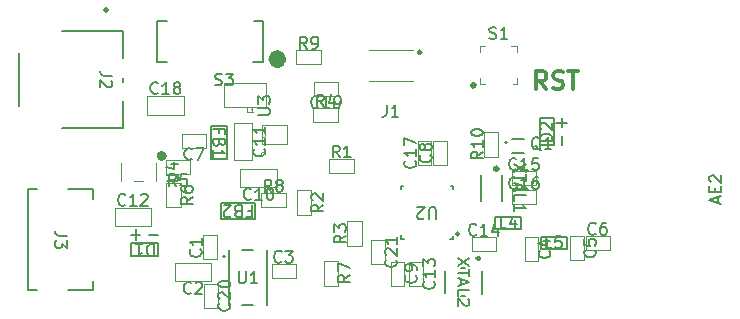
<source format=gto>
%TF.GenerationSoftware,KiCad,Pcbnew,9.0.3*%
%TF.CreationDate,2025-09-07T12:19:25+02:00*%
%TF.ProjectId,LoTiBloxy,4c6f5469-426c-46f7-9879-2e6b69636164,rev?*%
%TF.SameCoordinates,Original*%
%TF.FileFunction,Legend,Top*%
%TF.FilePolarity,Positive*%
%FSLAX46Y46*%
G04 Gerber Fmt 4.6, Leading zero omitted, Abs format (unit mm)*
G04 Created by KiCad (PCBNEW 9.0.3) date 2025-09-07 12:19:25*
%MOMM*%
%LPD*%
G01*
G04 APERTURE LIST*
%ADD10C,0.150000*%
%ADD11C,0.098425*%
%ADD12C,0.200000*%
%ADD13C,0.375000*%
%ADD14C,0.508000*%
%ADD15C,0.152400*%
%ADD16C,0.120000*%
%ADD17C,0.298607*%
%ADD18C,0.100000*%
%ADD19C,0.203200*%
%ADD20C,0.175000*%
%ADD21C,0.450000*%
%ADD22C,0.127000*%
%ADD23C,0.761008*%
%ADD24C,0.276200*%
%ADD25C,0.262883*%
%ADD26C,0.070000*%
%ADD27C,0.225000*%
%ADD28C,0.303473*%
G04 APERTURE END LIST*
D10*
X87900480Y-87666666D02*
X87186195Y-87666666D01*
X87186195Y-87666666D02*
X87043338Y-87619047D01*
X87043338Y-87619047D02*
X86948100Y-87523809D01*
X86948100Y-87523809D02*
X86900480Y-87380952D01*
X86900480Y-87380952D02*
X86900480Y-87285714D01*
X87805242Y-88095238D02*
X87852861Y-88142857D01*
X87852861Y-88142857D02*
X87900480Y-88238095D01*
X87900480Y-88238095D02*
X87900480Y-88476190D01*
X87900480Y-88476190D02*
X87852861Y-88571428D01*
X87852861Y-88571428D02*
X87805242Y-88619047D01*
X87805242Y-88619047D02*
X87710004Y-88666666D01*
X87710004Y-88666666D02*
X87614766Y-88666666D01*
X87614766Y-88666666D02*
X87471909Y-88619047D01*
X87471909Y-88619047D02*
X86900480Y-88047619D01*
X86900480Y-88047619D02*
X86900480Y-88666666D01*
X139179104Y-98434862D02*
X139179104Y-97958672D01*
X139464819Y-98530100D02*
X138464819Y-98196767D01*
X138464819Y-98196767D02*
X139464819Y-97863434D01*
X138941009Y-97530100D02*
X138941009Y-97196767D01*
X139464819Y-97053910D02*
X139464819Y-97530100D01*
X139464819Y-97530100D02*
X138464819Y-97530100D01*
X138464819Y-97530100D02*
X138464819Y-97053910D01*
X138560057Y-96672957D02*
X138512438Y-96625338D01*
X138512438Y-96625338D02*
X138464819Y-96530100D01*
X138464819Y-96530100D02*
X138464819Y-96292005D01*
X138464819Y-96292005D02*
X138512438Y-96196767D01*
X138512438Y-96196767D02*
X138560057Y-96149148D01*
X138560057Y-96149148D02*
X138655295Y-96101529D01*
X138655295Y-96101529D02*
X138750533Y-96101529D01*
X138750533Y-96101529D02*
X138893390Y-96149148D01*
X138893390Y-96149148D02*
X139464819Y-96720576D01*
X139464819Y-96720576D02*
X139464819Y-96101529D01*
X107148333Y-94584819D02*
X106815000Y-94108628D01*
X106576905Y-94584819D02*
X106576905Y-93584819D01*
X106576905Y-93584819D02*
X106957857Y-93584819D01*
X106957857Y-93584819D02*
X107053095Y-93632438D01*
X107053095Y-93632438D02*
X107100714Y-93680057D01*
X107100714Y-93680057D02*
X107148333Y-93775295D01*
X107148333Y-93775295D02*
X107148333Y-93918152D01*
X107148333Y-93918152D02*
X107100714Y-94013390D01*
X107100714Y-94013390D02*
X107053095Y-94061009D01*
X107053095Y-94061009D02*
X106957857Y-94108628D01*
X106957857Y-94108628D02*
X106576905Y-94108628D01*
X108100714Y-94584819D02*
X107529286Y-94584819D01*
X107815000Y-94584819D02*
X107815000Y-93584819D01*
X107815000Y-93584819D02*
X107719762Y-93727676D01*
X107719762Y-93727676D02*
X107624524Y-93822914D01*
X107624524Y-93822914D02*
X107529286Y-93870533D01*
X96978990Y-92491666D02*
X96978990Y-92158333D01*
X96455180Y-92158333D02*
X97455180Y-92158333D01*
X97455180Y-92158333D02*
X97455180Y-92634523D01*
X96978990Y-93348809D02*
X96931371Y-93491666D01*
X96931371Y-93491666D02*
X96883752Y-93539285D01*
X96883752Y-93539285D02*
X96788514Y-93586904D01*
X96788514Y-93586904D02*
X96645657Y-93586904D01*
X96645657Y-93586904D02*
X96550419Y-93539285D01*
X96550419Y-93539285D02*
X96502800Y-93491666D01*
X96502800Y-93491666D02*
X96455180Y-93396428D01*
X96455180Y-93396428D02*
X96455180Y-93015476D01*
X96455180Y-93015476D02*
X97455180Y-93015476D01*
X97455180Y-93015476D02*
X97455180Y-93348809D01*
X97455180Y-93348809D02*
X97407561Y-93444047D01*
X97407561Y-93444047D02*
X97359942Y-93491666D01*
X97359942Y-93491666D02*
X97264704Y-93539285D01*
X97264704Y-93539285D02*
X97169466Y-93539285D01*
X97169466Y-93539285D02*
X97074228Y-93491666D01*
X97074228Y-93491666D02*
X97026609Y-93444047D01*
X97026609Y-93444047D02*
X96978990Y-93348809D01*
X96978990Y-93348809D02*
X96978990Y-93015476D01*
X96455180Y-94539285D02*
X96455180Y-93967857D01*
X96455180Y-94253571D02*
X97455180Y-94253571D01*
X97455180Y-94253571D02*
X97312323Y-94158333D01*
X97312323Y-94158333D02*
X97217085Y-94063095D01*
X97217085Y-94063095D02*
X97169466Y-93967857D01*
X111907772Y-103242857D02*
X111955392Y-103290476D01*
X111955392Y-103290476D02*
X112003011Y-103433333D01*
X112003011Y-103433333D02*
X112003011Y-103528571D01*
X112003011Y-103528571D02*
X111955392Y-103671428D01*
X111955392Y-103671428D02*
X111860153Y-103766666D01*
X111860153Y-103766666D02*
X111764915Y-103814285D01*
X111764915Y-103814285D02*
X111574439Y-103861904D01*
X111574439Y-103861904D02*
X111431582Y-103861904D01*
X111431582Y-103861904D02*
X111241106Y-103814285D01*
X111241106Y-103814285D02*
X111145868Y-103766666D01*
X111145868Y-103766666D02*
X111050630Y-103671428D01*
X111050630Y-103671428D02*
X111003011Y-103528571D01*
X111003011Y-103528571D02*
X111003011Y-103433333D01*
X111003011Y-103433333D02*
X111050630Y-103290476D01*
X111050630Y-103290476D02*
X111098249Y-103242857D01*
X111098249Y-102861904D02*
X111050630Y-102814285D01*
X111050630Y-102814285D02*
X111003011Y-102719047D01*
X111003011Y-102719047D02*
X111003011Y-102480952D01*
X111003011Y-102480952D02*
X111050630Y-102385714D01*
X111050630Y-102385714D02*
X111098249Y-102338095D01*
X111098249Y-102338095D02*
X111193487Y-102290476D01*
X111193487Y-102290476D02*
X111288725Y-102290476D01*
X111288725Y-102290476D02*
X111431582Y-102338095D01*
X111431582Y-102338095D02*
X112003011Y-102909523D01*
X112003011Y-102909523D02*
X112003011Y-102290476D01*
X112003011Y-101338095D02*
X112003011Y-101909523D01*
X112003011Y-101623809D02*
X111003011Y-101623809D01*
X111003011Y-101623809D02*
X111145868Y-101719047D01*
X111145868Y-101719047D02*
X111241106Y-101814285D01*
X111241106Y-101814285D02*
X111288725Y-101909523D01*
X94633333Y-94719580D02*
X94585714Y-94767200D01*
X94585714Y-94767200D02*
X94442857Y-94814819D01*
X94442857Y-94814819D02*
X94347619Y-94814819D01*
X94347619Y-94814819D02*
X94204762Y-94767200D01*
X94204762Y-94767200D02*
X94109524Y-94671961D01*
X94109524Y-94671961D02*
X94061905Y-94576723D01*
X94061905Y-94576723D02*
X94014286Y-94386247D01*
X94014286Y-94386247D02*
X94014286Y-94243390D01*
X94014286Y-94243390D02*
X94061905Y-94052914D01*
X94061905Y-94052914D02*
X94109524Y-93957676D01*
X94109524Y-93957676D02*
X94204762Y-93862438D01*
X94204762Y-93862438D02*
X94347619Y-93814819D01*
X94347619Y-93814819D02*
X94442857Y-93814819D01*
X94442857Y-93814819D02*
X94585714Y-93862438D01*
X94585714Y-93862438D02*
X94633333Y-93910057D01*
X94966667Y-93814819D02*
X95633333Y-93814819D01*
X95633333Y-93814819D02*
X95204762Y-94814819D01*
X115119580Y-105092857D02*
X115167200Y-105140476D01*
X115167200Y-105140476D02*
X115214819Y-105283333D01*
X115214819Y-105283333D02*
X115214819Y-105378571D01*
X115214819Y-105378571D02*
X115167200Y-105521428D01*
X115167200Y-105521428D02*
X115071961Y-105616666D01*
X115071961Y-105616666D02*
X114976723Y-105664285D01*
X114976723Y-105664285D02*
X114786247Y-105711904D01*
X114786247Y-105711904D02*
X114643390Y-105711904D01*
X114643390Y-105711904D02*
X114452914Y-105664285D01*
X114452914Y-105664285D02*
X114357676Y-105616666D01*
X114357676Y-105616666D02*
X114262438Y-105521428D01*
X114262438Y-105521428D02*
X114214819Y-105378571D01*
X114214819Y-105378571D02*
X114214819Y-105283333D01*
X114214819Y-105283333D02*
X114262438Y-105140476D01*
X114262438Y-105140476D02*
X114310057Y-105092857D01*
X115214819Y-104140476D02*
X115214819Y-104711904D01*
X115214819Y-104426190D02*
X114214819Y-104426190D01*
X114214819Y-104426190D02*
X114357676Y-104521428D01*
X114357676Y-104521428D02*
X114452914Y-104616666D01*
X114452914Y-104616666D02*
X114500533Y-104711904D01*
X114214819Y-103807142D02*
X114214819Y-103188095D01*
X114214819Y-103188095D02*
X114595771Y-103521428D01*
X114595771Y-103521428D02*
X114595771Y-103378571D01*
X114595771Y-103378571D02*
X114643390Y-103283333D01*
X114643390Y-103283333D02*
X114691009Y-103235714D01*
X114691009Y-103235714D02*
X114786247Y-103188095D01*
X114786247Y-103188095D02*
X115024342Y-103188095D01*
X115024342Y-103188095D02*
X115119580Y-103235714D01*
X115119580Y-103235714D02*
X115167200Y-103283333D01*
X115167200Y-103283333D02*
X115214819Y-103378571D01*
X115214819Y-103378571D02*
X115214819Y-103664285D01*
X115214819Y-103664285D02*
X115167200Y-103759523D01*
X115167200Y-103759523D02*
X115119580Y-103807142D01*
X99636342Y-98106380D02*
X99588723Y-98154000D01*
X99588723Y-98154000D02*
X99445866Y-98201619D01*
X99445866Y-98201619D02*
X99350628Y-98201619D01*
X99350628Y-98201619D02*
X99207771Y-98154000D01*
X99207771Y-98154000D02*
X99112533Y-98058761D01*
X99112533Y-98058761D02*
X99064914Y-97963523D01*
X99064914Y-97963523D02*
X99017295Y-97773047D01*
X99017295Y-97773047D02*
X99017295Y-97630190D01*
X99017295Y-97630190D02*
X99064914Y-97439714D01*
X99064914Y-97439714D02*
X99112533Y-97344476D01*
X99112533Y-97344476D02*
X99207771Y-97249238D01*
X99207771Y-97249238D02*
X99350628Y-97201619D01*
X99350628Y-97201619D02*
X99445866Y-97201619D01*
X99445866Y-97201619D02*
X99588723Y-97249238D01*
X99588723Y-97249238D02*
X99636342Y-97296857D01*
X100588723Y-98201619D02*
X100017295Y-98201619D01*
X100303009Y-98201619D02*
X100303009Y-97201619D01*
X100303009Y-97201619D02*
X100207771Y-97344476D01*
X100207771Y-97344476D02*
X100112533Y-97439714D01*
X100112533Y-97439714D02*
X100017295Y-97487333D01*
X101207771Y-97201619D02*
X101303009Y-97201619D01*
X101303009Y-97201619D02*
X101398247Y-97249238D01*
X101398247Y-97249238D02*
X101445866Y-97296857D01*
X101445866Y-97296857D02*
X101493485Y-97392095D01*
X101493485Y-97392095D02*
X101541104Y-97582571D01*
X101541104Y-97582571D02*
X101541104Y-97820666D01*
X101541104Y-97820666D02*
X101493485Y-98011142D01*
X101493485Y-98011142D02*
X101445866Y-98106380D01*
X101445866Y-98106380D02*
X101398247Y-98154000D01*
X101398247Y-98154000D02*
X101303009Y-98201619D01*
X101303009Y-98201619D02*
X101207771Y-98201619D01*
X101207771Y-98201619D02*
X101112533Y-98154000D01*
X101112533Y-98154000D02*
X101064914Y-98106380D01*
X101064914Y-98106380D02*
X101017295Y-98011142D01*
X101017295Y-98011142D02*
X100969676Y-97820666D01*
X100969676Y-97820666D02*
X100969676Y-97582571D01*
X100969676Y-97582571D02*
X101017295Y-97392095D01*
X101017295Y-97392095D02*
X101064914Y-97296857D01*
X101064914Y-97296857D02*
X101112533Y-97249238D01*
X101112533Y-97249238D02*
X101207771Y-97201619D01*
X122923880Y-95131190D02*
X121923880Y-95797856D01*
X122923880Y-95797856D02*
X121923880Y-95131190D01*
X122923880Y-96035952D02*
X122923880Y-96607380D01*
X121923880Y-96321666D02*
X122923880Y-96321666D01*
X122209595Y-96893095D02*
X122209595Y-97369285D01*
X121923880Y-96797857D02*
X122923880Y-97131190D01*
X122923880Y-97131190D02*
X121923880Y-97464523D01*
X121923880Y-98274047D02*
X121923880Y-97797857D01*
X121923880Y-97797857D02*
X122923880Y-97797857D01*
X121923880Y-99131190D02*
X121923880Y-98559762D01*
X121923880Y-98845476D02*
X122923880Y-98845476D01*
X122923880Y-98845476D02*
X122781023Y-98750238D01*
X122781023Y-98750238D02*
X122685785Y-98655000D01*
X122685785Y-98655000D02*
X122638166Y-98559762D01*
D11*
X99524384Y-90777014D02*
X99336907Y-90777014D01*
X99336907Y-90777014D02*
X99336907Y-90383313D01*
X99861841Y-90777014D02*
X99636869Y-90777014D01*
X99749355Y-90777014D02*
X99749355Y-90383313D01*
X99749355Y-90383313D02*
X99711860Y-90439556D01*
X99711860Y-90439556D02*
X99674365Y-90477052D01*
X99674365Y-90477052D02*
X99636869Y-90495799D01*
D10*
X125123333Y-102273015D02*
X124647143Y-102273015D01*
X124647143Y-102273015D02*
X124647143Y-101273015D01*
X125932857Y-101273015D02*
X125456667Y-101273015D01*
X125456667Y-101273015D02*
X125409048Y-101749205D01*
X125409048Y-101749205D02*
X125456667Y-101701586D01*
X125456667Y-101701586D02*
X125551905Y-101653967D01*
X125551905Y-101653967D02*
X125790000Y-101653967D01*
X125790000Y-101653967D02*
X125885238Y-101701586D01*
X125885238Y-101701586D02*
X125932857Y-101749205D01*
X125932857Y-101749205D02*
X125980476Y-101844443D01*
X125980476Y-101844443D02*
X125980476Y-102082538D01*
X125980476Y-102082538D02*
X125932857Y-102177776D01*
X125932857Y-102177776D02*
X125885238Y-102225396D01*
X125885238Y-102225396D02*
X125790000Y-102273015D01*
X125790000Y-102273015D02*
X125551905Y-102273015D01*
X125551905Y-102273015D02*
X125456667Y-102225396D01*
X125456667Y-102225396D02*
X125409048Y-102177776D01*
X91397667Y-101949599D02*
X91397667Y-102949599D01*
X91397667Y-102949599D02*
X91159572Y-102949599D01*
X91159572Y-102949599D02*
X91016715Y-102901980D01*
X91016715Y-102901980D02*
X90921477Y-102806742D01*
X90921477Y-102806742D02*
X90873858Y-102711504D01*
X90873858Y-102711504D02*
X90826239Y-102521028D01*
X90826239Y-102521028D02*
X90826239Y-102378171D01*
X90826239Y-102378171D02*
X90873858Y-102187695D01*
X90873858Y-102187695D02*
X90921477Y-102092457D01*
X90921477Y-102092457D02*
X91016715Y-101997219D01*
X91016715Y-101997219D02*
X91159572Y-101949599D01*
X91159572Y-101949599D02*
X91397667Y-101949599D01*
X89873858Y-101949599D02*
X90445286Y-101949599D01*
X90159572Y-101949599D02*
X90159572Y-102949599D01*
X90159572Y-102949599D02*
X90254810Y-102806742D01*
X90254810Y-102806742D02*
X90350048Y-102711504D01*
X90350048Y-102711504D02*
X90445286Y-102663885D01*
D12*
X91789899Y-101143819D02*
X91027995Y-101143819D01*
X90289899Y-101143819D02*
X89527995Y-101143819D01*
X89908947Y-100686676D02*
X89908947Y-101600961D01*
D10*
X104379733Y-85390819D02*
X104046400Y-84914628D01*
X103808305Y-85390819D02*
X103808305Y-84390819D01*
X103808305Y-84390819D02*
X104189257Y-84390819D01*
X104189257Y-84390819D02*
X104284495Y-84438438D01*
X104284495Y-84438438D02*
X104332114Y-84486057D01*
X104332114Y-84486057D02*
X104379733Y-84581295D01*
X104379733Y-84581295D02*
X104379733Y-84724152D01*
X104379733Y-84724152D02*
X104332114Y-84819390D01*
X104332114Y-84819390D02*
X104284495Y-84867009D01*
X104284495Y-84867009D02*
X104189257Y-84914628D01*
X104189257Y-84914628D02*
X103808305Y-84914628D01*
X104855924Y-85390819D02*
X105046400Y-85390819D01*
X105046400Y-85390819D02*
X105141638Y-85343200D01*
X105141638Y-85343200D02*
X105189257Y-85295580D01*
X105189257Y-85295580D02*
X105284495Y-85152723D01*
X105284495Y-85152723D02*
X105332114Y-84962247D01*
X105332114Y-84962247D02*
X105332114Y-84581295D01*
X105332114Y-84581295D02*
X105284495Y-84486057D01*
X105284495Y-84486057D02*
X105236876Y-84438438D01*
X105236876Y-84438438D02*
X105141638Y-84390819D01*
X105141638Y-84390819D02*
X104951162Y-84390819D01*
X104951162Y-84390819D02*
X104855924Y-84438438D01*
X104855924Y-84438438D02*
X104808305Y-84486057D01*
X104808305Y-84486057D02*
X104760686Y-84581295D01*
X104760686Y-84581295D02*
X104760686Y-84819390D01*
X104760686Y-84819390D02*
X104808305Y-84914628D01*
X104808305Y-84914628D02*
X104855924Y-84962247D01*
X104855924Y-84962247D02*
X104951162Y-85009866D01*
X104951162Y-85009866D02*
X105141638Y-85009866D01*
X105141638Y-85009866D02*
X105236876Y-84962247D01*
X105236876Y-84962247D02*
X105284495Y-84914628D01*
X105284495Y-84914628D02*
X105332114Y-84819390D01*
X128759580Y-102434862D02*
X128807200Y-102482481D01*
X128807200Y-102482481D02*
X128854819Y-102625338D01*
X128854819Y-102625338D02*
X128854819Y-102720576D01*
X128854819Y-102720576D02*
X128807200Y-102863433D01*
X128807200Y-102863433D02*
X128711961Y-102958671D01*
X128711961Y-102958671D02*
X128616723Y-103006290D01*
X128616723Y-103006290D02*
X128426247Y-103053909D01*
X128426247Y-103053909D02*
X128283390Y-103053909D01*
X128283390Y-103053909D02*
X128092914Y-103006290D01*
X128092914Y-103006290D02*
X127997676Y-102958671D01*
X127997676Y-102958671D02*
X127902438Y-102863433D01*
X127902438Y-102863433D02*
X127854819Y-102720576D01*
X127854819Y-102720576D02*
X127854819Y-102625338D01*
X127854819Y-102625338D02*
X127902438Y-102482481D01*
X127902438Y-102482481D02*
X127950057Y-102434862D01*
X127854819Y-101530100D02*
X127854819Y-102006290D01*
X127854819Y-102006290D02*
X128331009Y-102053909D01*
X128331009Y-102053909D02*
X128283390Y-102006290D01*
X128283390Y-102006290D02*
X128235771Y-101911052D01*
X128235771Y-101911052D02*
X128235771Y-101672957D01*
X128235771Y-101672957D02*
X128283390Y-101577719D01*
X128283390Y-101577719D02*
X128331009Y-101530100D01*
X128331009Y-101530100D02*
X128426247Y-101482481D01*
X128426247Y-101482481D02*
X128664342Y-101482481D01*
X128664342Y-101482481D02*
X128759580Y-101530100D01*
X128759580Y-101530100D02*
X128807200Y-101577719D01*
X128807200Y-101577719D02*
X128854819Y-101672957D01*
X128854819Y-101672957D02*
X128854819Y-101911052D01*
X128854819Y-101911052D02*
X128807200Y-102006290D01*
X128807200Y-102006290D02*
X128759580Y-102053909D01*
X98615595Y-104229819D02*
X98615595Y-105039342D01*
X98615595Y-105039342D02*
X98663214Y-105134580D01*
X98663214Y-105134580D02*
X98710833Y-105182200D01*
X98710833Y-105182200D02*
X98806071Y-105229819D01*
X98806071Y-105229819D02*
X98996547Y-105229819D01*
X98996547Y-105229819D02*
X99091785Y-105182200D01*
X99091785Y-105182200D02*
X99139404Y-105134580D01*
X99139404Y-105134580D02*
X99187023Y-105039342D01*
X99187023Y-105039342D02*
X99187023Y-104229819D01*
X100187023Y-105229819D02*
X99615595Y-105229819D01*
X99901309Y-105229819D02*
X99901309Y-104229819D01*
X99901309Y-104229819D02*
X99806071Y-104372676D01*
X99806071Y-104372676D02*
X99710833Y-104467914D01*
X99710833Y-104467914D02*
X99615595Y-104515533D01*
X121273333Y-100573015D02*
X120797143Y-100573015D01*
X120797143Y-100573015D02*
X120797143Y-99573015D01*
X122035238Y-99906348D02*
X122035238Y-100573015D01*
X121797143Y-99525396D02*
X121559048Y-100239681D01*
X121559048Y-100239681D02*
X122178095Y-100239681D01*
X124178445Y-94000057D02*
X124083207Y-93952438D01*
X124083207Y-93952438D02*
X123987969Y-93857200D01*
X123987969Y-93857200D02*
X123845112Y-93714342D01*
X123845112Y-93714342D02*
X123749874Y-93666723D01*
X123749874Y-93666723D02*
X123654636Y-93666723D01*
X123702255Y-93904819D02*
X123607017Y-93857200D01*
X123607017Y-93857200D02*
X123511779Y-93761961D01*
X123511779Y-93761961D02*
X123464160Y-93571485D01*
X123464160Y-93571485D02*
X123464160Y-93238152D01*
X123464160Y-93238152D02*
X123511779Y-93047676D01*
X123511779Y-93047676D02*
X123607017Y-92952438D01*
X123607017Y-92952438D02*
X123702255Y-92904819D01*
X123702255Y-92904819D02*
X123892731Y-92904819D01*
X123892731Y-92904819D02*
X123987969Y-92952438D01*
X123987969Y-92952438D02*
X124083207Y-93047676D01*
X124083207Y-93047676D02*
X124130826Y-93238152D01*
X124130826Y-93238152D02*
X124130826Y-93571485D01*
X124130826Y-93571485D02*
X124083207Y-93761961D01*
X124083207Y-93761961D02*
X123987969Y-93857200D01*
X123987969Y-93857200D02*
X123892731Y-93904819D01*
X123892731Y-93904819D02*
X123702255Y-93904819D01*
X125083207Y-93904819D02*
X124511779Y-93904819D01*
X124797493Y-93904819D02*
X124797493Y-92904819D01*
X124797493Y-92904819D02*
X124702255Y-93047676D01*
X124702255Y-93047676D02*
X124607017Y-93142914D01*
X124607017Y-93142914D02*
X124511779Y-93190533D01*
X122122142Y-95554580D02*
X122074523Y-95602200D01*
X122074523Y-95602200D02*
X121931666Y-95649819D01*
X121931666Y-95649819D02*
X121836428Y-95649819D01*
X121836428Y-95649819D02*
X121693571Y-95602200D01*
X121693571Y-95602200D02*
X121598333Y-95506961D01*
X121598333Y-95506961D02*
X121550714Y-95411723D01*
X121550714Y-95411723D02*
X121503095Y-95221247D01*
X121503095Y-95221247D02*
X121503095Y-95078390D01*
X121503095Y-95078390D02*
X121550714Y-94887914D01*
X121550714Y-94887914D02*
X121598333Y-94792676D01*
X121598333Y-94792676D02*
X121693571Y-94697438D01*
X121693571Y-94697438D02*
X121836428Y-94649819D01*
X121836428Y-94649819D02*
X121931666Y-94649819D01*
X121931666Y-94649819D02*
X122074523Y-94697438D01*
X122074523Y-94697438D02*
X122122142Y-94745057D01*
X123074523Y-95649819D02*
X122503095Y-95649819D01*
X122788809Y-95649819D02*
X122788809Y-94649819D01*
X122788809Y-94649819D02*
X122693571Y-94792676D01*
X122693571Y-94792676D02*
X122598333Y-94887914D01*
X122598333Y-94887914D02*
X122503095Y-94935533D01*
X123979285Y-94649819D02*
X123503095Y-94649819D01*
X123503095Y-94649819D02*
X123455476Y-95126009D01*
X123455476Y-95126009D02*
X123503095Y-95078390D01*
X123503095Y-95078390D02*
X123598333Y-95030771D01*
X123598333Y-95030771D02*
X123836428Y-95030771D01*
X123836428Y-95030771D02*
X123931666Y-95078390D01*
X123931666Y-95078390D02*
X123979285Y-95126009D01*
X123979285Y-95126009D02*
X124026904Y-95221247D01*
X124026904Y-95221247D02*
X124026904Y-95459342D01*
X124026904Y-95459342D02*
X123979285Y-95554580D01*
X123979285Y-95554580D02*
X123931666Y-95602200D01*
X123931666Y-95602200D02*
X123836428Y-95649819D01*
X123836428Y-95649819D02*
X123598333Y-95649819D01*
X123598333Y-95649819D02*
X123503095Y-95602200D01*
X123503095Y-95602200D02*
X123455476Y-95554580D01*
X128823333Y-101037776D02*
X128775714Y-101085396D01*
X128775714Y-101085396D02*
X128632857Y-101133015D01*
X128632857Y-101133015D02*
X128537619Y-101133015D01*
X128537619Y-101133015D02*
X128394762Y-101085396D01*
X128394762Y-101085396D02*
X128299524Y-100990157D01*
X128299524Y-100990157D02*
X128251905Y-100894919D01*
X128251905Y-100894919D02*
X128204286Y-100704443D01*
X128204286Y-100704443D02*
X128204286Y-100561586D01*
X128204286Y-100561586D02*
X128251905Y-100371110D01*
X128251905Y-100371110D02*
X128299524Y-100275872D01*
X128299524Y-100275872D02*
X128394762Y-100180634D01*
X128394762Y-100180634D02*
X128537619Y-100133015D01*
X128537619Y-100133015D02*
X128632857Y-100133015D01*
X128632857Y-100133015D02*
X128775714Y-100180634D01*
X128775714Y-100180634D02*
X128823333Y-100228253D01*
X129680476Y-100133015D02*
X129490000Y-100133015D01*
X129490000Y-100133015D02*
X129394762Y-100180634D01*
X129394762Y-100180634D02*
X129347143Y-100228253D01*
X129347143Y-100228253D02*
X129251905Y-100371110D01*
X129251905Y-100371110D02*
X129204286Y-100561586D01*
X129204286Y-100561586D02*
X129204286Y-100942538D01*
X129204286Y-100942538D02*
X129251905Y-101037776D01*
X129251905Y-101037776D02*
X129299524Y-101085396D01*
X129299524Y-101085396D02*
X129394762Y-101133015D01*
X129394762Y-101133015D02*
X129585238Y-101133015D01*
X129585238Y-101133015D02*
X129680476Y-101085396D01*
X129680476Y-101085396D02*
X129728095Y-101037776D01*
X129728095Y-101037776D02*
X129775714Y-100942538D01*
X129775714Y-100942538D02*
X129775714Y-100704443D01*
X129775714Y-100704443D02*
X129728095Y-100609205D01*
X129728095Y-100609205D02*
X129680476Y-100561586D01*
X129680476Y-100561586D02*
X129585238Y-100513967D01*
X129585238Y-100513967D02*
X129394762Y-100513967D01*
X129394762Y-100513967D02*
X129299524Y-100561586D01*
X129299524Y-100561586D02*
X129251905Y-100609205D01*
X129251905Y-100609205D02*
X129204286Y-100704443D01*
X92504819Y-96611904D02*
X93314342Y-96611904D01*
X93314342Y-96611904D02*
X93409580Y-96564285D01*
X93409580Y-96564285D02*
X93457200Y-96516666D01*
X93457200Y-96516666D02*
X93504819Y-96421428D01*
X93504819Y-96421428D02*
X93504819Y-96230952D01*
X93504819Y-96230952D02*
X93457200Y-96135714D01*
X93457200Y-96135714D02*
X93409580Y-96088095D01*
X93409580Y-96088095D02*
X93314342Y-96040476D01*
X93314342Y-96040476D02*
X92504819Y-96040476D01*
X92838152Y-95135714D02*
X93504819Y-95135714D01*
X92457200Y-95373809D02*
X93171485Y-95611904D01*
X93171485Y-95611904D02*
X93171485Y-94992857D01*
X96613095Y-88442200D02*
X96755952Y-88489819D01*
X96755952Y-88489819D02*
X96994047Y-88489819D01*
X96994047Y-88489819D02*
X97089285Y-88442200D01*
X97089285Y-88442200D02*
X97136904Y-88394580D01*
X97136904Y-88394580D02*
X97184523Y-88299342D01*
X97184523Y-88299342D02*
X97184523Y-88204104D01*
X97184523Y-88204104D02*
X97136904Y-88108866D01*
X97136904Y-88108866D02*
X97089285Y-88061247D01*
X97089285Y-88061247D02*
X96994047Y-88013628D01*
X96994047Y-88013628D02*
X96803571Y-87966009D01*
X96803571Y-87966009D02*
X96708333Y-87918390D01*
X96708333Y-87918390D02*
X96660714Y-87870771D01*
X96660714Y-87870771D02*
X96613095Y-87775533D01*
X96613095Y-87775533D02*
X96613095Y-87680295D01*
X96613095Y-87680295D02*
X96660714Y-87585057D01*
X96660714Y-87585057D02*
X96708333Y-87537438D01*
X96708333Y-87537438D02*
X96803571Y-87489819D01*
X96803571Y-87489819D02*
X97041666Y-87489819D01*
X97041666Y-87489819D02*
X97184523Y-87537438D01*
X97517857Y-87489819D02*
X98136904Y-87489819D01*
X98136904Y-87489819D02*
X97803571Y-87870771D01*
X97803571Y-87870771D02*
X97946428Y-87870771D01*
X97946428Y-87870771D02*
X98041666Y-87918390D01*
X98041666Y-87918390D02*
X98089285Y-87966009D01*
X98089285Y-87966009D02*
X98136904Y-88061247D01*
X98136904Y-88061247D02*
X98136904Y-88299342D01*
X98136904Y-88299342D02*
X98089285Y-88394580D01*
X98089285Y-88394580D02*
X98041666Y-88442200D01*
X98041666Y-88442200D02*
X97946428Y-88489819D01*
X97946428Y-88489819D02*
X97660714Y-88489819D01*
X97660714Y-88489819D02*
X97565476Y-88442200D01*
X97565476Y-88442200D02*
X97517857Y-88394580D01*
X94583333Y-106039580D02*
X94535714Y-106087200D01*
X94535714Y-106087200D02*
X94392857Y-106134819D01*
X94392857Y-106134819D02*
X94297619Y-106134819D01*
X94297619Y-106134819D02*
X94154762Y-106087200D01*
X94154762Y-106087200D02*
X94059524Y-105991961D01*
X94059524Y-105991961D02*
X94011905Y-105896723D01*
X94011905Y-105896723D02*
X93964286Y-105706247D01*
X93964286Y-105706247D02*
X93964286Y-105563390D01*
X93964286Y-105563390D02*
X94011905Y-105372914D01*
X94011905Y-105372914D02*
X94059524Y-105277676D01*
X94059524Y-105277676D02*
X94154762Y-105182438D01*
X94154762Y-105182438D02*
X94297619Y-105134819D01*
X94297619Y-105134819D02*
X94392857Y-105134819D01*
X94392857Y-105134819D02*
X94535714Y-105182438D01*
X94535714Y-105182438D02*
X94583333Y-105230057D01*
X94964286Y-105230057D02*
X95011905Y-105182438D01*
X95011905Y-105182438D02*
X95107143Y-105134819D01*
X95107143Y-105134819D02*
X95345238Y-105134819D01*
X95345238Y-105134819D02*
X95440476Y-105182438D01*
X95440476Y-105182438D02*
X95488095Y-105230057D01*
X95488095Y-105230057D02*
X95535714Y-105325295D01*
X95535714Y-105325295D02*
X95535714Y-105420533D01*
X95535714Y-105420533D02*
X95488095Y-105563390D01*
X95488095Y-105563390D02*
X94916667Y-106134819D01*
X94916667Y-106134819D02*
X95535714Y-106134819D01*
X105357142Y-90319580D02*
X105309523Y-90367200D01*
X105309523Y-90367200D02*
X105166666Y-90414819D01*
X105166666Y-90414819D02*
X105071428Y-90414819D01*
X105071428Y-90414819D02*
X104928571Y-90367200D01*
X104928571Y-90367200D02*
X104833333Y-90271961D01*
X104833333Y-90271961D02*
X104785714Y-90176723D01*
X104785714Y-90176723D02*
X104738095Y-89986247D01*
X104738095Y-89986247D02*
X104738095Y-89843390D01*
X104738095Y-89843390D02*
X104785714Y-89652914D01*
X104785714Y-89652914D02*
X104833333Y-89557676D01*
X104833333Y-89557676D02*
X104928571Y-89462438D01*
X104928571Y-89462438D02*
X105071428Y-89414819D01*
X105071428Y-89414819D02*
X105166666Y-89414819D01*
X105166666Y-89414819D02*
X105309523Y-89462438D01*
X105309523Y-89462438D02*
X105357142Y-89510057D01*
X106309523Y-90414819D02*
X105738095Y-90414819D01*
X106023809Y-90414819D02*
X106023809Y-89414819D01*
X106023809Y-89414819D02*
X105928571Y-89557676D01*
X105928571Y-89557676D02*
X105833333Y-89652914D01*
X105833333Y-89652914D02*
X105738095Y-89700533D01*
X106785714Y-90414819D02*
X106976190Y-90414819D01*
X106976190Y-90414819D02*
X107071428Y-90367200D01*
X107071428Y-90367200D02*
X107119047Y-90319580D01*
X107119047Y-90319580D02*
X107214285Y-90176723D01*
X107214285Y-90176723D02*
X107261904Y-89986247D01*
X107261904Y-89986247D02*
X107261904Y-89605295D01*
X107261904Y-89605295D02*
X107214285Y-89510057D01*
X107214285Y-89510057D02*
X107166666Y-89462438D01*
X107166666Y-89462438D02*
X107071428Y-89414819D01*
X107071428Y-89414819D02*
X106880952Y-89414819D01*
X106880952Y-89414819D02*
X106785714Y-89462438D01*
X106785714Y-89462438D02*
X106738095Y-89510057D01*
X106738095Y-89510057D02*
X106690476Y-89605295D01*
X106690476Y-89605295D02*
X106690476Y-89843390D01*
X106690476Y-89843390D02*
X106738095Y-89938628D01*
X106738095Y-89938628D02*
X106785714Y-89986247D01*
X106785714Y-89986247D02*
X106880952Y-90033866D01*
X106880952Y-90033866D02*
X107071428Y-90033866D01*
X107071428Y-90033866D02*
X107166666Y-89986247D01*
X107166666Y-89986247D02*
X107214285Y-89938628D01*
X107214285Y-89938628D02*
X107261904Y-89843390D01*
X108024819Y-104566666D02*
X107548628Y-104899999D01*
X108024819Y-105138094D02*
X107024819Y-105138094D01*
X107024819Y-105138094D02*
X107024819Y-104757142D01*
X107024819Y-104757142D02*
X107072438Y-104661904D01*
X107072438Y-104661904D02*
X107120057Y-104614285D01*
X107120057Y-104614285D02*
X107215295Y-104566666D01*
X107215295Y-104566666D02*
X107358152Y-104566666D01*
X107358152Y-104566666D02*
X107453390Y-104614285D01*
X107453390Y-104614285D02*
X107501009Y-104661904D01*
X107501009Y-104661904D02*
X107548628Y-104757142D01*
X107548628Y-104757142D02*
X107548628Y-105138094D01*
X107024819Y-104233332D02*
X107024819Y-103566666D01*
X107024819Y-103566666D02*
X108024819Y-103995237D01*
X105833333Y-90284819D02*
X105500000Y-89808628D01*
X105261905Y-90284819D02*
X105261905Y-89284819D01*
X105261905Y-89284819D02*
X105642857Y-89284819D01*
X105642857Y-89284819D02*
X105738095Y-89332438D01*
X105738095Y-89332438D02*
X105785714Y-89380057D01*
X105785714Y-89380057D02*
X105833333Y-89475295D01*
X105833333Y-89475295D02*
X105833333Y-89618152D01*
X105833333Y-89618152D02*
X105785714Y-89713390D01*
X105785714Y-89713390D02*
X105738095Y-89761009D01*
X105738095Y-89761009D02*
X105642857Y-89808628D01*
X105642857Y-89808628D02*
X105261905Y-89808628D01*
X106690476Y-89618152D02*
X106690476Y-90284819D01*
X106452381Y-89237200D02*
X106214286Y-89951485D01*
X106214286Y-89951485D02*
X106833333Y-89951485D01*
X100749580Y-93892857D02*
X100797200Y-93940476D01*
X100797200Y-93940476D02*
X100844819Y-94083333D01*
X100844819Y-94083333D02*
X100844819Y-94178571D01*
X100844819Y-94178571D02*
X100797200Y-94321428D01*
X100797200Y-94321428D02*
X100701961Y-94416666D01*
X100701961Y-94416666D02*
X100606723Y-94464285D01*
X100606723Y-94464285D02*
X100416247Y-94511904D01*
X100416247Y-94511904D02*
X100273390Y-94511904D01*
X100273390Y-94511904D02*
X100082914Y-94464285D01*
X100082914Y-94464285D02*
X99987676Y-94416666D01*
X99987676Y-94416666D02*
X99892438Y-94321428D01*
X99892438Y-94321428D02*
X99844819Y-94178571D01*
X99844819Y-94178571D02*
X99844819Y-94083333D01*
X99844819Y-94083333D02*
X99892438Y-93940476D01*
X99892438Y-93940476D02*
X99940057Y-93892857D01*
X100844819Y-92940476D02*
X100844819Y-93511904D01*
X100844819Y-93226190D02*
X99844819Y-93226190D01*
X99844819Y-93226190D02*
X99987676Y-93321428D01*
X99987676Y-93321428D02*
X100082914Y-93416666D01*
X100082914Y-93416666D02*
X100130533Y-93511904D01*
X100844819Y-91988095D02*
X100844819Y-92559523D01*
X100844819Y-92273809D02*
X99844819Y-92273809D01*
X99844819Y-92273809D02*
X99987676Y-92369047D01*
X99987676Y-92369047D02*
X100082914Y-92464285D01*
X100082914Y-92464285D02*
X100130533Y-92559523D01*
X97794280Y-106934457D02*
X97841900Y-106982076D01*
X97841900Y-106982076D02*
X97889519Y-107124933D01*
X97889519Y-107124933D02*
X97889519Y-107220171D01*
X97889519Y-107220171D02*
X97841900Y-107363028D01*
X97841900Y-107363028D02*
X97746661Y-107458266D01*
X97746661Y-107458266D02*
X97651423Y-107505885D01*
X97651423Y-107505885D02*
X97460947Y-107553504D01*
X97460947Y-107553504D02*
X97318090Y-107553504D01*
X97318090Y-107553504D02*
X97127614Y-107505885D01*
X97127614Y-107505885D02*
X97032376Y-107458266D01*
X97032376Y-107458266D02*
X96937138Y-107363028D01*
X96937138Y-107363028D02*
X96889519Y-107220171D01*
X96889519Y-107220171D02*
X96889519Y-107124933D01*
X96889519Y-107124933D02*
X96937138Y-106982076D01*
X96937138Y-106982076D02*
X96984757Y-106934457D01*
X96984757Y-106553504D02*
X96937138Y-106505885D01*
X96937138Y-106505885D02*
X96889519Y-106410647D01*
X96889519Y-106410647D02*
X96889519Y-106172552D01*
X96889519Y-106172552D02*
X96937138Y-106077314D01*
X96937138Y-106077314D02*
X96984757Y-106029695D01*
X96984757Y-106029695D02*
X97079995Y-105982076D01*
X97079995Y-105982076D02*
X97175233Y-105982076D01*
X97175233Y-105982076D02*
X97318090Y-106029695D01*
X97318090Y-106029695D02*
X97889519Y-106601123D01*
X97889519Y-106601123D02*
X97889519Y-105982076D01*
X96889519Y-105363028D02*
X96889519Y-105267790D01*
X96889519Y-105267790D02*
X96937138Y-105172552D01*
X96937138Y-105172552D02*
X96984757Y-105124933D01*
X96984757Y-105124933D02*
X97079995Y-105077314D01*
X97079995Y-105077314D02*
X97270471Y-105029695D01*
X97270471Y-105029695D02*
X97508566Y-105029695D01*
X97508566Y-105029695D02*
X97699042Y-105077314D01*
X97699042Y-105077314D02*
X97794280Y-105124933D01*
X97794280Y-105124933D02*
X97841900Y-105172552D01*
X97841900Y-105172552D02*
X97889519Y-105267790D01*
X97889519Y-105267790D02*
X97889519Y-105363028D01*
X97889519Y-105363028D02*
X97841900Y-105458266D01*
X97841900Y-105458266D02*
X97794280Y-105505885D01*
X97794280Y-105505885D02*
X97699042Y-105553504D01*
X97699042Y-105553504D02*
X97508566Y-105601123D01*
X97508566Y-105601123D02*
X97270471Y-105601123D01*
X97270471Y-105601123D02*
X97079995Y-105553504D01*
X97079995Y-105553504D02*
X96984757Y-105505885D01*
X96984757Y-105505885D02*
X96937138Y-105458266D01*
X96937138Y-105458266D02*
X96889519Y-105363028D01*
X118145180Y-103149891D02*
X117145180Y-103816557D01*
X118145180Y-103816557D02*
X117145180Y-103149891D01*
X118145180Y-104054653D02*
X118145180Y-104626081D01*
X117145180Y-104340367D02*
X118145180Y-104340367D01*
X117430895Y-104911796D02*
X117430895Y-105387986D01*
X117145180Y-104816558D02*
X118145180Y-105149891D01*
X118145180Y-105149891D02*
X117145180Y-105483224D01*
X117145180Y-106292748D02*
X117145180Y-105816558D01*
X117145180Y-105816558D02*
X118145180Y-105816558D01*
X118049942Y-106578463D02*
X118097561Y-106626082D01*
X118097561Y-106626082D02*
X118145180Y-106721320D01*
X118145180Y-106721320D02*
X118145180Y-106959415D01*
X118145180Y-106959415D02*
X118097561Y-107054653D01*
X118097561Y-107054653D02*
X118049942Y-107102272D01*
X118049942Y-107102272D02*
X117954704Y-107149891D01*
X117954704Y-107149891D02*
X117859466Y-107149891D01*
X117859466Y-107149891D02*
X117716609Y-107102272D01*
X117716609Y-107102272D02*
X117145180Y-106530844D01*
X117145180Y-106530844D02*
X117145180Y-107149891D01*
X125144819Y-93160590D02*
X124144819Y-93160590D01*
X124144819Y-93160590D02*
X124144819Y-92922495D01*
X124144819Y-92922495D02*
X124192438Y-92779638D01*
X124192438Y-92779638D02*
X124287676Y-92684400D01*
X124287676Y-92684400D02*
X124382914Y-92636781D01*
X124382914Y-92636781D02*
X124573390Y-92589162D01*
X124573390Y-92589162D02*
X124716247Y-92589162D01*
X124716247Y-92589162D02*
X124906723Y-92636781D01*
X124906723Y-92636781D02*
X125001961Y-92684400D01*
X125001961Y-92684400D02*
X125097200Y-92779638D01*
X125097200Y-92779638D02*
X125144819Y-92922495D01*
X125144819Y-92922495D02*
X125144819Y-93160590D01*
X124240057Y-92208209D02*
X124192438Y-92160590D01*
X124192438Y-92160590D02*
X124144819Y-92065352D01*
X124144819Y-92065352D02*
X124144819Y-91827257D01*
X124144819Y-91827257D02*
X124192438Y-91732019D01*
X124192438Y-91732019D02*
X124240057Y-91684400D01*
X124240057Y-91684400D02*
X124335295Y-91636781D01*
X124335295Y-91636781D02*
X124430533Y-91636781D01*
X124430533Y-91636781D02*
X124573390Y-91684400D01*
X124573390Y-91684400D02*
X125144819Y-92255828D01*
X125144819Y-92255828D02*
X125144819Y-91636781D01*
D12*
X125950600Y-92052822D02*
X125950600Y-91290918D01*
X126407742Y-91671870D02*
X125493457Y-91671870D01*
X125950600Y-93552822D02*
X125950600Y-92790918D01*
D10*
X91757142Y-89129580D02*
X91709523Y-89177200D01*
X91709523Y-89177200D02*
X91566666Y-89224819D01*
X91566666Y-89224819D02*
X91471428Y-89224819D01*
X91471428Y-89224819D02*
X91328571Y-89177200D01*
X91328571Y-89177200D02*
X91233333Y-89081961D01*
X91233333Y-89081961D02*
X91185714Y-88986723D01*
X91185714Y-88986723D02*
X91138095Y-88796247D01*
X91138095Y-88796247D02*
X91138095Y-88653390D01*
X91138095Y-88653390D02*
X91185714Y-88462914D01*
X91185714Y-88462914D02*
X91233333Y-88367676D01*
X91233333Y-88367676D02*
X91328571Y-88272438D01*
X91328571Y-88272438D02*
X91471428Y-88224819D01*
X91471428Y-88224819D02*
X91566666Y-88224819D01*
X91566666Y-88224819D02*
X91709523Y-88272438D01*
X91709523Y-88272438D02*
X91757142Y-88320057D01*
X92709523Y-89224819D02*
X92138095Y-89224819D01*
X92423809Y-89224819D02*
X92423809Y-88224819D01*
X92423809Y-88224819D02*
X92328571Y-88367676D01*
X92328571Y-88367676D02*
X92233333Y-88462914D01*
X92233333Y-88462914D02*
X92138095Y-88510533D01*
X93280952Y-88653390D02*
X93185714Y-88605771D01*
X93185714Y-88605771D02*
X93138095Y-88558152D01*
X93138095Y-88558152D02*
X93090476Y-88462914D01*
X93090476Y-88462914D02*
X93090476Y-88415295D01*
X93090476Y-88415295D02*
X93138095Y-88320057D01*
X93138095Y-88320057D02*
X93185714Y-88272438D01*
X93185714Y-88272438D02*
X93280952Y-88224819D01*
X93280952Y-88224819D02*
X93471428Y-88224819D01*
X93471428Y-88224819D02*
X93566666Y-88272438D01*
X93566666Y-88272438D02*
X93614285Y-88320057D01*
X93614285Y-88320057D02*
X93661904Y-88415295D01*
X93661904Y-88415295D02*
X93661904Y-88462914D01*
X93661904Y-88462914D02*
X93614285Y-88558152D01*
X93614285Y-88558152D02*
X93566666Y-88605771D01*
X93566666Y-88605771D02*
X93471428Y-88653390D01*
X93471428Y-88653390D02*
X93280952Y-88653390D01*
X93280952Y-88653390D02*
X93185714Y-88701009D01*
X93185714Y-88701009D02*
X93138095Y-88748628D01*
X93138095Y-88748628D02*
X93090476Y-88843866D01*
X93090476Y-88843866D02*
X93090476Y-89034342D01*
X93090476Y-89034342D02*
X93138095Y-89129580D01*
X93138095Y-89129580D02*
X93185714Y-89177200D01*
X93185714Y-89177200D02*
X93280952Y-89224819D01*
X93280952Y-89224819D02*
X93471428Y-89224819D01*
X93471428Y-89224819D02*
X93566666Y-89177200D01*
X93566666Y-89177200D02*
X93614285Y-89129580D01*
X93614285Y-89129580D02*
X93661904Y-89034342D01*
X93661904Y-89034342D02*
X93661904Y-88843866D01*
X93661904Y-88843866D02*
X93614285Y-88748628D01*
X93614285Y-88748628D02*
X93566666Y-88701009D01*
X93566666Y-88701009D02*
X93471428Y-88653390D01*
X111126666Y-90129819D02*
X111126666Y-90844104D01*
X111126666Y-90844104D02*
X111079047Y-90986961D01*
X111079047Y-90986961D02*
X110983809Y-91082200D01*
X110983809Y-91082200D02*
X110840952Y-91129819D01*
X110840952Y-91129819D02*
X110745714Y-91129819D01*
X112126666Y-91129819D02*
X111555238Y-91129819D01*
X111840952Y-91129819D02*
X111840952Y-90129819D01*
X111840952Y-90129819D02*
X111745714Y-90272676D01*
X111745714Y-90272676D02*
X111650476Y-90367914D01*
X111650476Y-90367914D02*
X111555238Y-90415533D01*
X100245519Y-90990804D02*
X101055042Y-90990804D01*
X101055042Y-90990804D02*
X101150280Y-90943185D01*
X101150280Y-90943185D02*
X101197900Y-90895566D01*
X101197900Y-90895566D02*
X101245519Y-90800328D01*
X101245519Y-90800328D02*
X101245519Y-90609852D01*
X101245519Y-90609852D02*
X101197900Y-90514614D01*
X101197900Y-90514614D02*
X101150280Y-90466995D01*
X101150280Y-90466995D02*
X101055042Y-90419376D01*
X101055042Y-90419376D02*
X100245519Y-90419376D01*
X100245519Y-90038423D02*
X100245519Y-89419376D01*
X100245519Y-89419376D02*
X100626471Y-89752709D01*
X100626471Y-89752709D02*
X100626471Y-89609852D01*
X100626471Y-89609852D02*
X100674090Y-89514614D01*
X100674090Y-89514614D02*
X100721709Y-89466995D01*
X100721709Y-89466995D02*
X100816947Y-89419376D01*
X100816947Y-89419376D02*
X101055042Y-89419376D01*
X101055042Y-89419376D02*
X101150280Y-89466995D01*
X101150280Y-89466995D02*
X101197900Y-89514614D01*
X101197900Y-89514614D02*
X101245519Y-89609852D01*
X101245519Y-89609852D02*
X101245519Y-89895566D01*
X101245519Y-89895566D02*
X101197900Y-89990804D01*
X101197900Y-89990804D02*
X101150280Y-90038423D01*
X94713692Y-97946085D02*
X94237501Y-98279418D01*
X94713692Y-98517513D02*
X93713692Y-98517513D01*
X93713692Y-98517513D02*
X93713692Y-98136561D01*
X93713692Y-98136561D02*
X93761311Y-98041323D01*
X93761311Y-98041323D02*
X93808930Y-97993704D01*
X93808930Y-97993704D02*
X93904168Y-97946085D01*
X93904168Y-97946085D02*
X94047025Y-97946085D01*
X94047025Y-97946085D02*
X94142263Y-97993704D01*
X94142263Y-97993704D02*
X94189882Y-98041323D01*
X94189882Y-98041323D02*
X94237501Y-98136561D01*
X94237501Y-98136561D02*
X94237501Y-98517513D01*
X93713692Y-97088942D02*
X93713692Y-97279418D01*
X93713692Y-97279418D02*
X93761311Y-97374656D01*
X93761311Y-97374656D02*
X93808930Y-97422275D01*
X93808930Y-97422275D02*
X93951787Y-97517513D01*
X93951787Y-97517513D02*
X94142263Y-97565132D01*
X94142263Y-97565132D02*
X94523215Y-97565132D01*
X94523215Y-97565132D02*
X94618453Y-97517513D01*
X94618453Y-97517513D02*
X94666073Y-97469894D01*
X94666073Y-97469894D02*
X94713692Y-97374656D01*
X94713692Y-97374656D02*
X94713692Y-97184180D01*
X94713692Y-97184180D02*
X94666073Y-97088942D01*
X94666073Y-97088942D02*
X94618453Y-97041323D01*
X94618453Y-97041323D02*
X94523215Y-96993704D01*
X94523215Y-96993704D02*
X94285120Y-96993704D01*
X94285120Y-96993704D02*
X94189882Y-97041323D01*
X94189882Y-97041323D02*
X94142263Y-97088942D01*
X94142263Y-97088942D02*
X94094644Y-97184180D01*
X94094644Y-97184180D02*
X94094644Y-97374656D01*
X94094644Y-97374656D02*
X94142263Y-97469894D01*
X94142263Y-97469894D02*
X94189882Y-97517513D01*
X94189882Y-97517513D02*
X94285120Y-97565132D01*
X114839580Y-94384862D02*
X114887200Y-94432481D01*
X114887200Y-94432481D02*
X114934819Y-94575338D01*
X114934819Y-94575338D02*
X114934819Y-94670576D01*
X114934819Y-94670576D02*
X114887200Y-94813433D01*
X114887200Y-94813433D02*
X114791961Y-94908671D01*
X114791961Y-94908671D02*
X114696723Y-94956290D01*
X114696723Y-94956290D02*
X114506247Y-95003909D01*
X114506247Y-95003909D02*
X114363390Y-95003909D01*
X114363390Y-95003909D02*
X114172914Y-94956290D01*
X114172914Y-94956290D02*
X114077676Y-94908671D01*
X114077676Y-94908671D02*
X113982438Y-94813433D01*
X113982438Y-94813433D02*
X113934819Y-94670576D01*
X113934819Y-94670576D02*
X113934819Y-94575338D01*
X113934819Y-94575338D02*
X113982438Y-94432481D01*
X113982438Y-94432481D02*
X114030057Y-94384862D01*
X114363390Y-93813433D02*
X114315771Y-93908671D01*
X114315771Y-93908671D02*
X114268152Y-93956290D01*
X114268152Y-93956290D02*
X114172914Y-94003909D01*
X114172914Y-94003909D02*
X114125295Y-94003909D01*
X114125295Y-94003909D02*
X114030057Y-93956290D01*
X114030057Y-93956290D02*
X113982438Y-93908671D01*
X113982438Y-93908671D02*
X113934819Y-93813433D01*
X113934819Y-93813433D02*
X113934819Y-93622957D01*
X113934819Y-93622957D02*
X113982438Y-93527719D01*
X113982438Y-93527719D02*
X114030057Y-93480100D01*
X114030057Y-93480100D02*
X114125295Y-93432481D01*
X114125295Y-93432481D02*
X114172914Y-93432481D01*
X114172914Y-93432481D02*
X114268152Y-93480100D01*
X114268152Y-93480100D02*
X114315771Y-93527719D01*
X114315771Y-93527719D02*
X114363390Y-93622957D01*
X114363390Y-93622957D02*
X114363390Y-93813433D01*
X114363390Y-93813433D02*
X114411009Y-93908671D01*
X114411009Y-93908671D02*
X114458628Y-93956290D01*
X114458628Y-93956290D02*
X114553866Y-94003909D01*
X114553866Y-94003909D02*
X114744342Y-94003909D01*
X114744342Y-94003909D02*
X114839580Y-93956290D01*
X114839580Y-93956290D02*
X114887200Y-93908671D01*
X114887200Y-93908671D02*
X114934819Y-93813433D01*
X114934819Y-93813433D02*
X114934819Y-93622957D01*
X114934819Y-93622957D02*
X114887200Y-93527719D01*
X114887200Y-93527719D02*
X114839580Y-93480100D01*
X114839580Y-93480100D02*
X114744342Y-93432481D01*
X114744342Y-93432481D02*
X114553866Y-93432481D01*
X114553866Y-93432481D02*
X114458628Y-93480100D01*
X114458628Y-93480100D02*
X114411009Y-93527719D01*
X114411009Y-93527719D02*
X114363390Y-93622957D01*
X105764819Y-98591666D02*
X105288628Y-98924999D01*
X105764819Y-99163094D02*
X104764819Y-99163094D01*
X104764819Y-99163094D02*
X104764819Y-98782142D01*
X104764819Y-98782142D02*
X104812438Y-98686904D01*
X104812438Y-98686904D02*
X104860057Y-98639285D01*
X104860057Y-98639285D02*
X104955295Y-98591666D01*
X104955295Y-98591666D02*
X105098152Y-98591666D01*
X105098152Y-98591666D02*
X105193390Y-98639285D01*
X105193390Y-98639285D02*
X105241009Y-98686904D01*
X105241009Y-98686904D02*
X105288628Y-98782142D01*
X105288628Y-98782142D02*
X105288628Y-99163094D01*
X104860057Y-98210713D02*
X104812438Y-98163094D01*
X104812438Y-98163094D02*
X104764819Y-98067856D01*
X104764819Y-98067856D02*
X104764819Y-97829761D01*
X104764819Y-97829761D02*
X104812438Y-97734523D01*
X104812438Y-97734523D02*
X104860057Y-97686904D01*
X104860057Y-97686904D02*
X104955295Y-97639285D01*
X104955295Y-97639285D02*
X105050533Y-97639285D01*
X105050533Y-97639285D02*
X105193390Y-97686904D01*
X105193390Y-97686904D02*
X105764819Y-98258332D01*
X105764819Y-98258332D02*
X105764819Y-97639285D01*
X89007142Y-98579580D02*
X88959523Y-98627200D01*
X88959523Y-98627200D02*
X88816666Y-98674819D01*
X88816666Y-98674819D02*
X88721428Y-98674819D01*
X88721428Y-98674819D02*
X88578571Y-98627200D01*
X88578571Y-98627200D02*
X88483333Y-98531961D01*
X88483333Y-98531961D02*
X88435714Y-98436723D01*
X88435714Y-98436723D02*
X88388095Y-98246247D01*
X88388095Y-98246247D02*
X88388095Y-98103390D01*
X88388095Y-98103390D02*
X88435714Y-97912914D01*
X88435714Y-97912914D02*
X88483333Y-97817676D01*
X88483333Y-97817676D02*
X88578571Y-97722438D01*
X88578571Y-97722438D02*
X88721428Y-97674819D01*
X88721428Y-97674819D02*
X88816666Y-97674819D01*
X88816666Y-97674819D02*
X88959523Y-97722438D01*
X88959523Y-97722438D02*
X89007142Y-97770057D01*
X89959523Y-98674819D02*
X89388095Y-98674819D01*
X89673809Y-98674819D02*
X89673809Y-97674819D01*
X89673809Y-97674819D02*
X89578571Y-97817676D01*
X89578571Y-97817676D02*
X89483333Y-97912914D01*
X89483333Y-97912914D02*
X89388095Y-97960533D01*
X90340476Y-97770057D02*
X90388095Y-97722438D01*
X90388095Y-97722438D02*
X90483333Y-97674819D01*
X90483333Y-97674819D02*
X90721428Y-97674819D01*
X90721428Y-97674819D02*
X90816666Y-97722438D01*
X90816666Y-97722438D02*
X90864285Y-97770057D01*
X90864285Y-97770057D02*
X90911904Y-97865295D01*
X90911904Y-97865295D02*
X90911904Y-97960533D01*
X90911904Y-97960533D02*
X90864285Y-98103390D01*
X90864285Y-98103390D02*
X90292857Y-98674819D01*
X90292857Y-98674819D02*
X90911904Y-98674819D01*
X95374280Y-102378266D02*
X95421900Y-102425885D01*
X95421900Y-102425885D02*
X95469519Y-102568742D01*
X95469519Y-102568742D02*
X95469519Y-102663980D01*
X95469519Y-102663980D02*
X95421900Y-102806837D01*
X95421900Y-102806837D02*
X95326661Y-102902075D01*
X95326661Y-102902075D02*
X95231423Y-102949694D01*
X95231423Y-102949694D02*
X95040947Y-102997313D01*
X95040947Y-102997313D02*
X94898090Y-102997313D01*
X94898090Y-102997313D02*
X94707614Y-102949694D01*
X94707614Y-102949694D02*
X94612376Y-102902075D01*
X94612376Y-102902075D02*
X94517138Y-102806837D01*
X94517138Y-102806837D02*
X94469519Y-102663980D01*
X94469519Y-102663980D02*
X94469519Y-102568742D01*
X94469519Y-102568742D02*
X94517138Y-102425885D01*
X94517138Y-102425885D02*
X94564757Y-102378266D01*
X95469519Y-101425885D02*
X95469519Y-101997313D01*
X95469519Y-101711599D02*
X94469519Y-101711599D01*
X94469519Y-101711599D02*
X94612376Y-101806837D01*
X94612376Y-101806837D02*
X94707614Y-101902075D01*
X94707614Y-101902075D02*
X94755233Y-101997313D01*
X115301904Y-99813376D02*
X115301904Y-99003853D01*
X115301904Y-99003853D02*
X115254285Y-98908615D01*
X115254285Y-98908615D02*
X115206666Y-98860996D01*
X115206666Y-98860996D02*
X115111428Y-98813376D01*
X115111428Y-98813376D02*
X114920952Y-98813376D01*
X114920952Y-98813376D02*
X114825714Y-98860996D01*
X114825714Y-98860996D02*
X114778095Y-98908615D01*
X114778095Y-98908615D02*
X114730476Y-99003853D01*
X114730476Y-99003853D02*
X114730476Y-99813376D01*
X114301904Y-99718138D02*
X114254285Y-99765757D01*
X114254285Y-99765757D02*
X114159047Y-99813376D01*
X114159047Y-99813376D02*
X113920952Y-99813376D01*
X113920952Y-99813376D02*
X113825714Y-99765757D01*
X113825714Y-99765757D02*
X113778095Y-99718138D01*
X113778095Y-99718138D02*
X113730476Y-99622900D01*
X113730476Y-99622900D02*
X113730476Y-99527662D01*
X113730476Y-99527662D02*
X113778095Y-99384805D01*
X113778095Y-99384805D02*
X114349523Y-98813376D01*
X114349523Y-98813376D02*
X113730476Y-98813376D01*
X113584580Y-104584862D02*
X113632200Y-104632481D01*
X113632200Y-104632481D02*
X113679819Y-104775338D01*
X113679819Y-104775338D02*
X113679819Y-104870576D01*
X113679819Y-104870576D02*
X113632200Y-105013433D01*
X113632200Y-105013433D02*
X113536961Y-105108671D01*
X113536961Y-105108671D02*
X113441723Y-105156290D01*
X113441723Y-105156290D02*
X113251247Y-105203909D01*
X113251247Y-105203909D02*
X113108390Y-105203909D01*
X113108390Y-105203909D02*
X112917914Y-105156290D01*
X112917914Y-105156290D02*
X112822676Y-105108671D01*
X112822676Y-105108671D02*
X112727438Y-105013433D01*
X112727438Y-105013433D02*
X112679819Y-104870576D01*
X112679819Y-104870576D02*
X112679819Y-104775338D01*
X112679819Y-104775338D02*
X112727438Y-104632481D01*
X112727438Y-104632481D02*
X112775057Y-104584862D01*
X113679819Y-104108671D02*
X113679819Y-103918195D01*
X113679819Y-103918195D02*
X113632200Y-103822957D01*
X113632200Y-103822957D02*
X113584580Y-103775338D01*
X113584580Y-103775338D02*
X113441723Y-103680100D01*
X113441723Y-103680100D02*
X113251247Y-103632481D01*
X113251247Y-103632481D02*
X112870295Y-103632481D01*
X112870295Y-103632481D02*
X112775057Y-103680100D01*
X112775057Y-103680100D02*
X112727438Y-103727719D01*
X112727438Y-103727719D02*
X112679819Y-103822957D01*
X112679819Y-103822957D02*
X112679819Y-104013433D01*
X112679819Y-104013433D02*
X112727438Y-104108671D01*
X112727438Y-104108671D02*
X112775057Y-104156290D01*
X112775057Y-104156290D02*
X112870295Y-104203909D01*
X112870295Y-104203909D02*
X113108390Y-104203909D01*
X113108390Y-104203909D02*
X113203628Y-104156290D01*
X113203628Y-104156290D02*
X113251247Y-104108671D01*
X113251247Y-104108671D02*
X113298866Y-104013433D01*
X113298866Y-104013433D02*
X113298866Y-103822957D01*
X113298866Y-103822957D02*
X113251247Y-103727719D01*
X113251247Y-103727719D02*
X113203628Y-103680100D01*
X113203628Y-103680100D02*
X113108390Y-103632481D01*
X84070180Y-101241666D02*
X83355895Y-101241666D01*
X83355895Y-101241666D02*
X83213038Y-101194047D01*
X83213038Y-101194047D02*
X83117800Y-101098809D01*
X83117800Y-101098809D02*
X83070180Y-100955952D01*
X83070180Y-100955952D02*
X83070180Y-100860714D01*
X84070180Y-101622619D02*
X84070180Y-102241666D01*
X84070180Y-102241666D02*
X83689228Y-101908333D01*
X83689228Y-101908333D02*
X83689228Y-102051190D01*
X83689228Y-102051190D02*
X83641609Y-102146428D01*
X83641609Y-102146428D02*
X83593990Y-102194047D01*
X83593990Y-102194047D02*
X83498752Y-102241666D01*
X83498752Y-102241666D02*
X83260657Y-102241666D01*
X83260657Y-102241666D02*
X83165419Y-102194047D01*
X83165419Y-102194047D02*
X83117800Y-102146428D01*
X83117800Y-102146428D02*
X83070180Y-102051190D01*
X83070180Y-102051190D02*
X83070180Y-101765476D01*
X83070180Y-101765476D02*
X83117800Y-101670238D01*
X83117800Y-101670238D02*
X83165419Y-101622619D01*
X118722142Y-101117776D02*
X118674523Y-101165396D01*
X118674523Y-101165396D02*
X118531666Y-101213015D01*
X118531666Y-101213015D02*
X118436428Y-101213015D01*
X118436428Y-101213015D02*
X118293571Y-101165396D01*
X118293571Y-101165396D02*
X118198333Y-101070157D01*
X118198333Y-101070157D02*
X118150714Y-100974919D01*
X118150714Y-100974919D02*
X118103095Y-100784443D01*
X118103095Y-100784443D02*
X118103095Y-100641586D01*
X118103095Y-100641586D02*
X118150714Y-100451110D01*
X118150714Y-100451110D02*
X118198333Y-100355872D01*
X118198333Y-100355872D02*
X118293571Y-100260634D01*
X118293571Y-100260634D02*
X118436428Y-100213015D01*
X118436428Y-100213015D02*
X118531666Y-100213015D01*
X118531666Y-100213015D02*
X118674523Y-100260634D01*
X118674523Y-100260634D02*
X118722142Y-100308253D01*
X119674523Y-101213015D02*
X119103095Y-101213015D01*
X119388809Y-101213015D02*
X119388809Y-100213015D01*
X119388809Y-100213015D02*
X119293571Y-100355872D01*
X119293571Y-100355872D02*
X119198333Y-100451110D01*
X119198333Y-100451110D02*
X119103095Y-100498729D01*
X120531666Y-100546348D02*
X120531666Y-101213015D01*
X120293571Y-100165396D02*
X120055476Y-100879681D01*
X120055476Y-100879681D02*
X120674523Y-100879681D01*
X102233333Y-103399580D02*
X102185714Y-103447200D01*
X102185714Y-103447200D02*
X102042857Y-103494819D01*
X102042857Y-103494819D02*
X101947619Y-103494819D01*
X101947619Y-103494819D02*
X101804762Y-103447200D01*
X101804762Y-103447200D02*
X101709524Y-103351961D01*
X101709524Y-103351961D02*
X101661905Y-103256723D01*
X101661905Y-103256723D02*
X101614286Y-103066247D01*
X101614286Y-103066247D02*
X101614286Y-102923390D01*
X101614286Y-102923390D02*
X101661905Y-102732914D01*
X101661905Y-102732914D02*
X101709524Y-102637676D01*
X101709524Y-102637676D02*
X101804762Y-102542438D01*
X101804762Y-102542438D02*
X101947619Y-102494819D01*
X101947619Y-102494819D02*
X102042857Y-102494819D01*
X102042857Y-102494819D02*
X102185714Y-102542438D01*
X102185714Y-102542438D02*
X102233333Y-102590057D01*
X102566667Y-102494819D02*
X103185714Y-102494819D01*
X103185714Y-102494819D02*
X102852381Y-102875771D01*
X102852381Y-102875771D02*
X102995238Y-102875771D01*
X102995238Y-102875771D02*
X103090476Y-102923390D01*
X103090476Y-102923390D02*
X103138095Y-102971009D01*
X103138095Y-102971009D02*
X103185714Y-103066247D01*
X103185714Y-103066247D02*
X103185714Y-103304342D01*
X103185714Y-103304342D02*
X103138095Y-103399580D01*
X103138095Y-103399580D02*
X103090476Y-103447200D01*
X103090476Y-103447200D02*
X102995238Y-103494819D01*
X102995238Y-103494819D02*
X102709524Y-103494819D01*
X102709524Y-103494819D02*
X102614286Y-103447200D01*
X102614286Y-103447200D02*
X102566667Y-103399580D01*
X122122142Y-97154580D02*
X122074523Y-97202200D01*
X122074523Y-97202200D02*
X121931666Y-97249819D01*
X121931666Y-97249819D02*
X121836428Y-97249819D01*
X121836428Y-97249819D02*
X121693571Y-97202200D01*
X121693571Y-97202200D02*
X121598333Y-97106961D01*
X121598333Y-97106961D02*
X121550714Y-97011723D01*
X121550714Y-97011723D02*
X121503095Y-96821247D01*
X121503095Y-96821247D02*
X121503095Y-96678390D01*
X121503095Y-96678390D02*
X121550714Y-96487914D01*
X121550714Y-96487914D02*
X121598333Y-96392676D01*
X121598333Y-96392676D02*
X121693571Y-96297438D01*
X121693571Y-96297438D02*
X121836428Y-96249819D01*
X121836428Y-96249819D02*
X121931666Y-96249819D01*
X121931666Y-96249819D02*
X122074523Y-96297438D01*
X122074523Y-96297438D02*
X122122142Y-96345057D01*
X123074523Y-97249819D02*
X122503095Y-97249819D01*
X122788809Y-97249819D02*
X122788809Y-96249819D01*
X122788809Y-96249819D02*
X122693571Y-96392676D01*
X122693571Y-96392676D02*
X122598333Y-96487914D01*
X122598333Y-96487914D02*
X122503095Y-96535533D01*
X123931666Y-96249819D02*
X123741190Y-96249819D01*
X123741190Y-96249819D02*
X123645952Y-96297438D01*
X123645952Y-96297438D02*
X123598333Y-96345057D01*
X123598333Y-96345057D02*
X123503095Y-96487914D01*
X123503095Y-96487914D02*
X123455476Y-96678390D01*
X123455476Y-96678390D02*
X123455476Y-97059342D01*
X123455476Y-97059342D02*
X123503095Y-97154580D01*
X123503095Y-97154580D02*
X123550714Y-97202200D01*
X123550714Y-97202200D02*
X123645952Y-97249819D01*
X123645952Y-97249819D02*
X123836428Y-97249819D01*
X123836428Y-97249819D02*
X123931666Y-97202200D01*
X123931666Y-97202200D02*
X123979285Y-97154580D01*
X123979285Y-97154580D02*
X124026904Y-97059342D01*
X124026904Y-97059342D02*
X124026904Y-96821247D01*
X124026904Y-96821247D02*
X123979285Y-96726009D01*
X123979285Y-96726009D02*
X123931666Y-96678390D01*
X123931666Y-96678390D02*
X123836428Y-96630771D01*
X123836428Y-96630771D02*
X123645952Y-96630771D01*
X123645952Y-96630771D02*
X123550714Y-96678390D01*
X123550714Y-96678390D02*
X123503095Y-96726009D01*
X123503095Y-96726009D02*
X123455476Y-96821247D01*
X119284819Y-94101054D02*
X118808628Y-94434387D01*
X119284819Y-94672482D02*
X118284819Y-94672482D01*
X118284819Y-94672482D02*
X118284819Y-94291530D01*
X118284819Y-94291530D02*
X118332438Y-94196292D01*
X118332438Y-94196292D02*
X118380057Y-94148673D01*
X118380057Y-94148673D02*
X118475295Y-94101054D01*
X118475295Y-94101054D02*
X118618152Y-94101054D01*
X118618152Y-94101054D02*
X118713390Y-94148673D01*
X118713390Y-94148673D02*
X118761009Y-94196292D01*
X118761009Y-94196292D02*
X118808628Y-94291530D01*
X118808628Y-94291530D02*
X118808628Y-94672482D01*
X119284819Y-93148673D02*
X119284819Y-93720101D01*
X119284819Y-93434387D02*
X118284819Y-93434387D01*
X118284819Y-93434387D02*
X118427676Y-93529625D01*
X118427676Y-93529625D02*
X118522914Y-93624863D01*
X118522914Y-93624863D02*
X118570533Y-93720101D01*
X118284819Y-92529625D02*
X118284819Y-92434387D01*
X118284819Y-92434387D02*
X118332438Y-92339149D01*
X118332438Y-92339149D02*
X118380057Y-92291530D01*
X118380057Y-92291530D02*
X118475295Y-92243911D01*
X118475295Y-92243911D02*
X118665771Y-92196292D01*
X118665771Y-92196292D02*
X118903866Y-92196292D01*
X118903866Y-92196292D02*
X119094342Y-92243911D01*
X119094342Y-92243911D02*
X119189580Y-92291530D01*
X119189580Y-92291530D02*
X119237200Y-92339149D01*
X119237200Y-92339149D02*
X119284819Y-92434387D01*
X119284819Y-92434387D02*
X119284819Y-92529625D01*
X119284819Y-92529625D02*
X119237200Y-92624863D01*
X119237200Y-92624863D02*
X119189580Y-92672482D01*
X119189580Y-92672482D02*
X119094342Y-92720101D01*
X119094342Y-92720101D02*
X118903866Y-92767720D01*
X118903866Y-92767720D02*
X118665771Y-92767720D01*
X118665771Y-92767720D02*
X118475295Y-92720101D01*
X118475295Y-92720101D02*
X118380057Y-92672482D01*
X118380057Y-92672482D02*
X118332438Y-92624863D01*
X118332438Y-92624863D02*
X118284819Y-92529625D01*
X107692019Y-101207866D02*
X107215828Y-101541199D01*
X107692019Y-101779294D02*
X106692019Y-101779294D01*
X106692019Y-101779294D02*
X106692019Y-101398342D01*
X106692019Y-101398342D02*
X106739638Y-101303104D01*
X106739638Y-101303104D02*
X106787257Y-101255485D01*
X106787257Y-101255485D02*
X106882495Y-101207866D01*
X106882495Y-101207866D02*
X107025352Y-101207866D01*
X107025352Y-101207866D02*
X107120590Y-101255485D01*
X107120590Y-101255485D02*
X107168209Y-101303104D01*
X107168209Y-101303104D02*
X107215828Y-101398342D01*
X107215828Y-101398342D02*
X107215828Y-101779294D01*
X106692019Y-100874532D02*
X106692019Y-100255485D01*
X106692019Y-100255485D02*
X107072971Y-100588818D01*
X107072971Y-100588818D02*
X107072971Y-100445961D01*
X107072971Y-100445961D02*
X107120590Y-100350723D01*
X107120590Y-100350723D02*
X107168209Y-100303104D01*
X107168209Y-100303104D02*
X107263447Y-100255485D01*
X107263447Y-100255485D02*
X107501542Y-100255485D01*
X107501542Y-100255485D02*
X107596780Y-100303104D01*
X107596780Y-100303104D02*
X107644400Y-100350723D01*
X107644400Y-100350723D02*
X107692019Y-100445961D01*
X107692019Y-100445961D02*
X107692019Y-100731675D01*
X107692019Y-100731675D02*
X107644400Y-100826913D01*
X107644400Y-100826913D02*
X107596780Y-100874532D01*
X101382533Y-97481219D02*
X101049200Y-97005028D01*
X100811105Y-97481219D02*
X100811105Y-96481219D01*
X100811105Y-96481219D02*
X101192057Y-96481219D01*
X101192057Y-96481219D02*
X101287295Y-96528838D01*
X101287295Y-96528838D02*
X101334914Y-96576457D01*
X101334914Y-96576457D02*
X101382533Y-96671695D01*
X101382533Y-96671695D02*
X101382533Y-96814552D01*
X101382533Y-96814552D02*
X101334914Y-96909790D01*
X101334914Y-96909790D02*
X101287295Y-96957409D01*
X101287295Y-96957409D02*
X101192057Y-97005028D01*
X101192057Y-97005028D02*
X100811105Y-97005028D01*
X101953962Y-96909790D02*
X101858724Y-96862171D01*
X101858724Y-96862171D02*
X101811105Y-96814552D01*
X101811105Y-96814552D02*
X101763486Y-96719314D01*
X101763486Y-96719314D02*
X101763486Y-96671695D01*
X101763486Y-96671695D02*
X101811105Y-96576457D01*
X101811105Y-96576457D02*
X101858724Y-96528838D01*
X101858724Y-96528838D02*
X101953962Y-96481219D01*
X101953962Y-96481219D02*
X102144438Y-96481219D01*
X102144438Y-96481219D02*
X102239676Y-96528838D01*
X102239676Y-96528838D02*
X102287295Y-96576457D01*
X102287295Y-96576457D02*
X102334914Y-96671695D01*
X102334914Y-96671695D02*
X102334914Y-96719314D01*
X102334914Y-96719314D02*
X102287295Y-96814552D01*
X102287295Y-96814552D02*
X102239676Y-96862171D01*
X102239676Y-96862171D02*
X102144438Y-96909790D01*
X102144438Y-96909790D02*
X101953962Y-96909790D01*
X101953962Y-96909790D02*
X101858724Y-96957409D01*
X101858724Y-96957409D02*
X101811105Y-97005028D01*
X101811105Y-97005028D02*
X101763486Y-97100266D01*
X101763486Y-97100266D02*
X101763486Y-97290742D01*
X101763486Y-97290742D02*
X101811105Y-97385980D01*
X101811105Y-97385980D02*
X101858724Y-97433600D01*
X101858724Y-97433600D02*
X101953962Y-97481219D01*
X101953962Y-97481219D02*
X102144438Y-97481219D01*
X102144438Y-97481219D02*
X102239676Y-97433600D01*
X102239676Y-97433600D02*
X102287295Y-97385980D01*
X102287295Y-97385980D02*
X102334914Y-97290742D01*
X102334914Y-97290742D02*
X102334914Y-97100266D01*
X102334914Y-97100266D02*
X102287295Y-97005028D01*
X102287295Y-97005028D02*
X102239676Y-96957409D01*
X102239676Y-96957409D02*
X102144438Y-96909790D01*
X124909580Y-102484862D02*
X124957200Y-102532481D01*
X124957200Y-102532481D02*
X125004819Y-102675338D01*
X125004819Y-102675338D02*
X125004819Y-102770576D01*
X125004819Y-102770576D02*
X124957200Y-102913433D01*
X124957200Y-102913433D02*
X124861961Y-103008671D01*
X124861961Y-103008671D02*
X124766723Y-103056290D01*
X124766723Y-103056290D02*
X124576247Y-103103909D01*
X124576247Y-103103909D02*
X124433390Y-103103909D01*
X124433390Y-103103909D02*
X124242914Y-103056290D01*
X124242914Y-103056290D02*
X124147676Y-103008671D01*
X124147676Y-103008671D02*
X124052438Y-102913433D01*
X124052438Y-102913433D02*
X124004819Y-102770576D01*
X124004819Y-102770576D02*
X124004819Y-102675338D01*
X124004819Y-102675338D02*
X124052438Y-102532481D01*
X124052438Y-102532481D02*
X124100057Y-102484862D01*
X124338152Y-101627719D02*
X125004819Y-101627719D01*
X123957200Y-101865814D02*
X124671485Y-102103909D01*
X124671485Y-102103909D02*
X124671485Y-101484862D01*
X93297206Y-97004238D02*
X92963873Y-96528047D01*
X92725778Y-97004238D02*
X92725778Y-96004238D01*
X92725778Y-96004238D02*
X93106730Y-96004238D01*
X93106730Y-96004238D02*
X93201968Y-96051857D01*
X93201968Y-96051857D02*
X93249587Y-96099476D01*
X93249587Y-96099476D02*
X93297206Y-96194714D01*
X93297206Y-96194714D02*
X93297206Y-96337571D01*
X93297206Y-96337571D02*
X93249587Y-96432809D01*
X93249587Y-96432809D02*
X93201968Y-96480428D01*
X93201968Y-96480428D02*
X93106730Y-96528047D01*
X93106730Y-96528047D02*
X92725778Y-96528047D01*
X94201968Y-96004238D02*
X93725778Y-96004238D01*
X93725778Y-96004238D02*
X93678159Y-96480428D01*
X93678159Y-96480428D02*
X93725778Y-96432809D01*
X93725778Y-96432809D02*
X93821016Y-96385190D01*
X93821016Y-96385190D02*
X94059111Y-96385190D01*
X94059111Y-96385190D02*
X94154349Y-96432809D01*
X94154349Y-96432809D02*
X94201968Y-96480428D01*
X94201968Y-96480428D02*
X94249587Y-96575666D01*
X94249587Y-96575666D02*
X94249587Y-96813761D01*
X94249587Y-96813761D02*
X94201968Y-96908999D01*
X94201968Y-96908999D02*
X94154349Y-96956619D01*
X94154349Y-96956619D02*
X94059111Y-97004238D01*
X94059111Y-97004238D02*
X93821016Y-97004238D01*
X93821016Y-97004238D02*
X93725778Y-96956619D01*
X93725778Y-96956619D02*
X93678159Y-96908999D01*
X119838095Y-84507200D02*
X119980952Y-84554819D01*
X119980952Y-84554819D02*
X120219047Y-84554819D01*
X120219047Y-84554819D02*
X120314285Y-84507200D01*
X120314285Y-84507200D02*
X120361904Y-84459580D01*
X120361904Y-84459580D02*
X120409523Y-84364342D01*
X120409523Y-84364342D02*
X120409523Y-84269104D01*
X120409523Y-84269104D02*
X120361904Y-84173866D01*
X120361904Y-84173866D02*
X120314285Y-84126247D01*
X120314285Y-84126247D02*
X120219047Y-84078628D01*
X120219047Y-84078628D02*
X120028571Y-84031009D01*
X120028571Y-84031009D02*
X119933333Y-83983390D01*
X119933333Y-83983390D02*
X119885714Y-83935771D01*
X119885714Y-83935771D02*
X119838095Y-83840533D01*
X119838095Y-83840533D02*
X119838095Y-83745295D01*
X119838095Y-83745295D02*
X119885714Y-83650057D01*
X119885714Y-83650057D02*
X119933333Y-83602438D01*
X119933333Y-83602438D02*
X120028571Y-83554819D01*
X120028571Y-83554819D02*
X120266666Y-83554819D01*
X120266666Y-83554819D02*
X120409523Y-83602438D01*
X121361904Y-84554819D02*
X120790476Y-84554819D01*
X121076190Y-84554819D02*
X121076190Y-83554819D01*
X121076190Y-83554819D02*
X120980952Y-83697676D01*
X120980952Y-83697676D02*
X120885714Y-83792914D01*
X120885714Y-83792914D02*
X120790476Y-83840533D01*
D13*
X124660995Y-88796928D02*
X124160995Y-88082642D01*
X123803852Y-88796928D02*
X123803852Y-87296928D01*
X123803852Y-87296928D02*
X124375281Y-87296928D01*
X124375281Y-87296928D02*
X124518138Y-87368357D01*
X124518138Y-87368357D02*
X124589567Y-87439785D01*
X124589567Y-87439785D02*
X124660995Y-87582642D01*
X124660995Y-87582642D02*
X124660995Y-87796928D01*
X124660995Y-87796928D02*
X124589567Y-87939785D01*
X124589567Y-87939785D02*
X124518138Y-88011214D01*
X124518138Y-88011214D02*
X124375281Y-88082642D01*
X124375281Y-88082642D02*
X123803852Y-88082642D01*
X125232424Y-88725500D02*
X125446710Y-88796928D01*
X125446710Y-88796928D02*
X125803852Y-88796928D01*
X125803852Y-88796928D02*
X125946710Y-88725500D01*
X125946710Y-88725500D02*
X126018138Y-88654071D01*
X126018138Y-88654071D02*
X126089567Y-88511214D01*
X126089567Y-88511214D02*
X126089567Y-88368357D01*
X126089567Y-88368357D02*
X126018138Y-88225500D01*
X126018138Y-88225500D02*
X125946710Y-88154071D01*
X125946710Y-88154071D02*
X125803852Y-88082642D01*
X125803852Y-88082642D02*
X125518138Y-88011214D01*
X125518138Y-88011214D02*
X125375281Y-87939785D01*
X125375281Y-87939785D02*
X125303852Y-87868357D01*
X125303852Y-87868357D02*
X125232424Y-87725500D01*
X125232424Y-87725500D02*
X125232424Y-87582642D01*
X125232424Y-87582642D02*
X125303852Y-87439785D01*
X125303852Y-87439785D02*
X125375281Y-87368357D01*
X125375281Y-87368357D02*
X125518138Y-87296928D01*
X125518138Y-87296928D02*
X125875281Y-87296928D01*
X125875281Y-87296928D02*
X126089567Y-87368357D01*
X126518138Y-87296928D02*
X127375281Y-87296928D01*
X126946709Y-88796928D02*
X126946709Y-87296928D01*
D10*
X99383333Y-99168990D02*
X99716666Y-99168990D01*
X99716666Y-98645180D02*
X99716666Y-99645180D01*
X99716666Y-99645180D02*
X99240476Y-99645180D01*
X98526190Y-99168990D02*
X98383333Y-99121371D01*
X98383333Y-99121371D02*
X98335714Y-99073752D01*
X98335714Y-99073752D02*
X98288095Y-98978514D01*
X98288095Y-98978514D02*
X98288095Y-98835657D01*
X98288095Y-98835657D02*
X98335714Y-98740419D01*
X98335714Y-98740419D02*
X98383333Y-98692800D01*
X98383333Y-98692800D02*
X98478571Y-98645180D01*
X98478571Y-98645180D02*
X98859523Y-98645180D01*
X98859523Y-98645180D02*
X98859523Y-99645180D01*
X98859523Y-99645180D02*
X98526190Y-99645180D01*
X98526190Y-99645180D02*
X98430952Y-99597561D01*
X98430952Y-99597561D02*
X98383333Y-99549942D01*
X98383333Y-99549942D02*
X98335714Y-99454704D01*
X98335714Y-99454704D02*
X98335714Y-99359466D01*
X98335714Y-99359466D02*
X98383333Y-99264228D01*
X98383333Y-99264228D02*
X98430952Y-99216609D01*
X98430952Y-99216609D02*
X98526190Y-99168990D01*
X98526190Y-99168990D02*
X98859523Y-99168990D01*
X97907142Y-99549942D02*
X97859523Y-99597561D01*
X97859523Y-99597561D02*
X97764285Y-99645180D01*
X97764285Y-99645180D02*
X97526190Y-99645180D01*
X97526190Y-99645180D02*
X97430952Y-99597561D01*
X97430952Y-99597561D02*
X97383333Y-99549942D01*
X97383333Y-99549942D02*
X97335714Y-99454704D01*
X97335714Y-99454704D02*
X97335714Y-99359466D01*
X97335714Y-99359466D02*
X97383333Y-99216609D01*
X97383333Y-99216609D02*
X97954761Y-98645180D01*
X97954761Y-98645180D02*
X97335714Y-98645180D01*
X113539580Y-94861053D02*
X113587200Y-94908672D01*
X113587200Y-94908672D02*
X113634819Y-95051529D01*
X113634819Y-95051529D02*
X113634819Y-95146767D01*
X113634819Y-95146767D02*
X113587200Y-95289624D01*
X113587200Y-95289624D02*
X113491961Y-95384862D01*
X113491961Y-95384862D02*
X113396723Y-95432481D01*
X113396723Y-95432481D02*
X113206247Y-95480100D01*
X113206247Y-95480100D02*
X113063390Y-95480100D01*
X113063390Y-95480100D02*
X112872914Y-95432481D01*
X112872914Y-95432481D02*
X112777676Y-95384862D01*
X112777676Y-95384862D02*
X112682438Y-95289624D01*
X112682438Y-95289624D02*
X112634819Y-95146767D01*
X112634819Y-95146767D02*
X112634819Y-95051529D01*
X112634819Y-95051529D02*
X112682438Y-94908672D01*
X112682438Y-94908672D02*
X112730057Y-94861053D01*
X113634819Y-93908672D02*
X113634819Y-94480100D01*
X113634819Y-94194386D02*
X112634819Y-94194386D01*
X112634819Y-94194386D02*
X112777676Y-94289624D01*
X112777676Y-94289624D02*
X112872914Y-94384862D01*
X112872914Y-94384862D02*
X112920533Y-94480100D01*
X112634819Y-93575338D02*
X112634819Y-92908672D01*
X112634819Y-92908672D02*
X113634819Y-93337243D01*
D14*
%TO.C,J2*%
X87390001Y-82150000D02*
X87390001Y-82150000D01*
X87390001Y-82150000D01*
X87390001Y-82150000D01*
X87390001Y-82150000D01*
X87390001Y-82150000D01*
X87390001Y-82150001D01*
X87390001Y-82150001D01*
X87390001Y-82150001D01*
X87390001Y-82150001D01*
X87390001Y-82150001D01*
X87390001Y-82150001D01*
X87390001Y-82150001D01*
X87390000Y-82150001D01*
X87390000Y-82150001D01*
X87390000Y-82150001D01*
X87390000Y-82150001D01*
X87390000Y-82150001D01*
X87390000Y-82150001D01*
X87390000Y-82150001D01*
X87390000Y-82150001D01*
X87390000Y-82150001D01*
X87390000Y-82150001D01*
X87390000Y-82150001D01*
X87390000Y-82150001D01*
X87389999Y-82150001D01*
X87389999Y-82150001D01*
X87389999Y-82150001D01*
X87389999Y-82150001D01*
X87389999Y-82150001D01*
X87389999Y-82150001D01*
X87389999Y-82150000D01*
X87389999Y-82150000D01*
X87389999Y-82150000D01*
X87389999Y-82150000D01*
X87389999Y-82150000D01*
X87389999Y-82150000D01*
X87389999Y-82150000D02*
X87389999Y-82150000D01*
X87389999Y-82150000D01*
X87389999Y-82150000D01*
X87389999Y-82150000D01*
X87389999Y-82150000D01*
X87389999Y-82150000D01*
X87389999Y-82149999D01*
X87389999Y-82149999D01*
X87389999Y-82149999D01*
X87389999Y-82149999D01*
X87389999Y-82149999D01*
X87390000Y-82149999D01*
X87390000Y-82149999D01*
X87390000Y-82149999D01*
X87390000Y-82149999D01*
X87390000Y-82149999D01*
X87390000Y-82149999D01*
X87390000Y-82149999D01*
X87390000Y-82149999D01*
X87390000Y-82149999D01*
X87390000Y-82149999D01*
X87390000Y-82149999D01*
X87390000Y-82149999D01*
X87390001Y-82149999D01*
X87390001Y-82149999D01*
X87390001Y-82149999D01*
X87390001Y-82149999D01*
X87390001Y-82149999D01*
X87390001Y-82149999D01*
X87390001Y-82150000D01*
X87390001Y-82150000D01*
X87390001Y-82150000D01*
X87390001Y-82150000D01*
X87390001Y-82150000D01*
X87390001Y-82150000D01*
X87390001Y-82150000D01*
D15*
X88832300Y-92076700D02*
X88832300Y-89828041D01*
X88832300Y-88171961D02*
X88832300Y-87828039D01*
D10*
X88832300Y-86171959D02*
X88832300Y-83923300D01*
D15*
X88832300Y-83923300D02*
X83639839Y-83923300D01*
X83639839Y-92076700D02*
X88832300Y-92076700D01*
X79967700Y-85732039D02*
X79967700Y-90267961D01*
D16*
%TO.C,R1*%
X106255000Y-94700000D02*
X108335000Y-94700000D01*
X106255000Y-95900000D02*
X106255000Y-94700000D01*
X106265000Y-95900000D02*
X108335000Y-95900000D01*
X108365000Y-95900000D02*
X108365000Y-94700000D01*
%TO.C,FB1*%
D10*
X97590000Y-91895000D02*
X96240000Y-91895000D01*
X96240000Y-94755000D01*
X97590000Y-94755000D01*
X97590000Y-91895000D01*
D16*
%TO.C,C21*%
X109813192Y-101600000D02*
X110913192Y-101600000D01*
X109813192Y-101625000D02*
X109813192Y-103625000D01*
X109813192Y-103625000D02*
X110913192Y-103625000D01*
X110968192Y-101593582D02*
X110968192Y-103626418D01*
%TO.C,C7*%
X93775000Y-92625000D02*
X93775000Y-93725000D01*
X95775000Y-92625000D02*
X93775000Y-92625000D01*
X95800000Y-92625000D02*
X95800000Y-93725000D01*
X95806418Y-93780000D02*
X93773582Y-93780000D01*
%TO.C,C13*%
X113025000Y-103450000D02*
X114125000Y-103450000D01*
X113025000Y-103475000D02*
X113025000Y-105475000D01*
X113025000Y-105475000D02*
X114125000Y-105475000D01*
X114180000Y-103443582D02*
X114180000Y-105476418D01*
%TO.C,C10*%
X98739200Y-95556800D02*
X98739200Y-97086800D01*
X101811700Y-95556800D02*
X98746700Y-95556800D01*
X101819200Y-95556800D02*
X101819200Y-97076800D01*
X101819200Y-97086800D02*
X98739200Y-97086800D01*
D15*
%TO.C,XTAL1*%
X119115000Y-96055000D02*
X119115000Y-98255000D01*
X120915000Y-98255000D02*
X120915000Y-96055000D01*
D17*
X120564303Y-95555000D02*
G75*
G02*
X120265697Y-95555000I-149303J0D01*
G01*
X120265697Y-95555000D02*
G75*
G02*
X120564303Y-95555000I149303J0D01*
G01*
%TO.C,L1*%
D18*
X100900000Y-90300000D02*
X97400000Y-90300000D01*
X97400000Y-88270000D01*
X100900000Y-88270000D01*
X100900000Y-90300000D01*
%TO.C,L5*%
D10*
X124190000Y-101318196D02*
X126390000Y-101318196D01*
X126390000Y-102348196D01*
X124190000Y-102348196D01*
X124190000Y-101318196D01*
%TO.C,D1*%
X91809573Y-102979419D02*
X89509573Y-102979419D01*
X89509573Y-101829419D01*
X91809573Y-101829419D01*
X91809573Y-102979419D01*
D16*
%TO.C,R9*%
X103486400Y-85506000D02*
X105566400Y-85506000D01*
X103486400Y-86706000D02*
X103486400Y-85506000D01*
X103496400Y-86706000D02*
X105566400Y-86706000D01*
X105596400Y-86706000D02*
X105596400Y-85506000D01*
%TO.C,C5*%
X126665000Y-101268196D02*
X127765000Y-101268196D01*
X126665000Y-101293196D02*
X126665000Y-103293196D01*
X126665000Y-103293196D02*
X127765000Y-103293196D01*
X127820000Y-101261778D02*
X127820000Y-103294614D01*
D15*
%TO.C,U1*%
X97751900Y-102450900D02*
X97751900Y-107099100D01*
X98908154Y-107099100D02*
X99846846Y-107099100D01*
X99846846Y-102450900D02*
X98908154Y-102450900D01*
X101003100Y-107099100D02*
X101003100Y-102450900D01*
D19*
X97459800Y-102975000D02*
G75*
G02*
X97256600Y-102975000I-101600J0D01*
G01*
X97256600Y-102975000D02*
G75*
G02*
X97459800Y-102975000I101600J0D01*
G01*
%TO.C,L4*%
D10*
X120340000Y-99618196D02*
X122540000Y-99618196D01*
X122540000Y-100648196D01*
X120340000Y-100648196D01*
X120340000Y-99618196D01*
%TO.C,Q1*%
X122775000Y-93000000D02*
X121725000Y-93000000D01*
X122775000Y-94200000D02*
X121725000Y-94200000D01*
D20*
X121337500Y-93300000D02*
G75*
G02*
X121162500Y-93300000I-87500J0D01*
G01*
X121162500Y-93300000D02*
G75*
G02*
X121337500Y-93300000I87500J0D01*
G01*
D16*
%TO.C,C15*%
X121758582Y-95775000D02*
X123791418Y-95775000D01*
X121765000Y-96930000D02*
X121765000Y-95830000D01*
X121790000Y-96930000D02*
X123790000Y-96930000D01*
X123790000Y-96930000D02*
X123790000Y-95830000D01*
%TO.C,C6*%
X127983582Y-101258196D02*
X130016418Y-101258196D01*
X127990000Y-102413196D02*
X127990000Y-101313196D01*
X128015000Y-102413196D02*
X130015000Y-102413196D01*
X130015000Y-102413196D02*
X130015000Y-101313196D01*
D18*
%TO.C,U4*%
X88670000Y-95080000D02*
X88670000Y-96580000D01*
X89715000Y-96630000D02*
X90545000Y-96630000D01*
X91580000Y-95100000D02*
X91580000Y-96600000D01*
D21*
X92305000Y-94470000D02*
G75*
G02*
X91855000Y-94470000I-225000J0D01*
G01*
X91855000Y-94470000D02*
G75*
G02*
X92305000Y-94470000I225000J0D01*
G01*
D22*
%TO.C,S3*%
X91700000Y-83050000D02*
X92500000Y-83050000D01*
X91700000Y-86550000D02*
X91700000Y-83050000D01*
X92500000Y-86550000D02*
X91700000Y-86550000D01*
X99850000Y-86550000D02*
X100700000Y-86550000D01*
X100700000Y-83050000D02*
X99900000Y-83050000D01*
X100700000Y-86550000D02*
X100700000Y-83050000D01*
D23*
X102256751Y-86275000D02*
G75*
G02*
X101495743Y-86275000I-380504J0D01*
G01*
X101495743Y-86275000D02*
G75*
G02*
X102256751Y-86275000I380504J0D01*
G01*
D16*
%TO.C,C2*%
X93210000Y-103490000D02*
X93210000Y-105020000D01*
X96282500Y-103490000D02*
X93217500Y-103490000D01*
X96290000Y-103490000D02*
X96290000Y-105010000D01*
X96290000Y-105020000D02*
X93210000Y-105020000D01*
%TO.C,C19*%
X104975000Y-88225000D02*
X104975000Y-89325000D01*
X106975000Y-88225000D02*
X104975000Y-88225000D01*
X107000000Y-88225000D02*
X107000000Y-89325000D01*
X107006418Y-89380000D02*
X104973582Y-89380000D01*
%TO.C,R7*%
X105800000Y-103340000D02*
X107000000Y-103340000D01*
X105800000Y-103350000D02*
X105800000Y-105420000D01*
X105800000Y-105450000D02*
X107000000Y-105450000D01*
X107000000Y-103340000D02*
X107000000Y-105420000D01*
%TO.C,R4*%
X104940000Y-90400000D02*
X107020000Y-90400000D01*
X104940000Y-91600000D02*
X104940000Y-90400000D01*
X104950000Y-91600000D02*
X107020000Y-91600000D01*
X107050000Y-91600000D02*
X107050000Y-90400000D01*
%TO.C,C11*%
X98200000Y-91710000D02*
X99720000Y-91710000D01*
X98200000Y-91717500D02*
X98200000Y-94782500D01*
X98200000Y-94790000D02*
X99730000Y-94790000D01*
X99730000Y-91710000D02*
X99730000Y-94790000D01*
%TO.C,C20*%
X95699700Y-105291600D02*
X96799700Y-105291600D01*
X95699700Y-105316600D02*
X95699700Y-107316600D01*
X95699700Y-107316600D02*
X96799700Y-107316600D01*
X96854700Y-105285182D02*
X96854700Y-107318018D01*
D15*
%TO.C,XTAL2*%
X116075000Y-104198701D02*
X116075000Y-106098701D01*
X117463739Y-106354801D02*
X117736261Y-106354801D01*
X117736261Y-103992601D02*
X117463739Y-103992601D01*
X119200200Y-106173701D02*
X119200200Y-104173701D01*
D24*
X119013100Y-103148701D02*
G75*
G02*
X118736900Y-103148701I-138100J0D01*
G01*
X118736900Y-103148701D02*
G75*
G02*
X119013100Y-103148701I138100J0D01*
G01*
%TO.C,D2*%
D10*
X124115000Y-93572496D02*
X125265000Y-93572496D01*
X125265000Y-91272496D01*
X124115000Y-91272496D01*
X124115000Y-93572496D01*
D16*
%TO.C,C18*%
X90860000Y-89430000D02*
X93940000Y-89430000D01*
X90860000Y-90960000D02*
X90860000Y-89440000D01*
X90867500Y-90960000D02*
X93932500Y-90960000D01*
X93940000Y-90960000D02*
X93940000Y-89430000D01*
%TO.C,J1*%
X109635000Y-85530000D02*
X110270000Y-85530000D01*
X110270000Y-85530000D02*
X113365000Y-85530000D01*
X113337500Y-88100000D02*
X109682500Y-88100000D01*
D25*
X114061441Y-85700000D02*
G75*
G02*
X113798559Y-85700000I-131441J0D01*
G01*
X113798559Y-85700000D02*
G75*
G02*
X114061441Y-85700000I131441J0D01*
G01*
D16*
%TO.C,U3*%
X100595900Y-91850000D02*
X100595900Y-93450200D01*
X100595900Y-93450200D02*
X102704100Y-93450200D01*
D18*
X102704100Y-91850000D02*
X100595900Y-91850000D01*
X102704100Y-93450200D02*
X102704100Y-91850000D01*
D16*
X100595900Y-92345300D02*
G75*
G02*
X100595900Y-92954900I0J-304800D01*
G01*
D26*
X100863838Y-94300000D02*
G75*
G02*
X100536162Y-94300000I-163838J0D01*
G01*
X100536162Y-94300000D02*
G75*
G02*
X100863838Y-94300000I163838J0D01*
G01*
D16*
%TO.C,R6*%
X92488873Y-96719419D02*
X93688873Y-96719419D01*
X92488873Y-96729419D02*
X92488873Y-98799419D01*
X92488873Y-98829419D02*
X93688873Y-98829419D01*
X93688873Y-96719419D02*
X93688873Y-98799419D01*
%TO.C,C8*%
X115060000Y-95224614D02*
X115060000Y-93191778D01*
X116215000Y-93193196D02*
X115115000Y-93193196D01*
X116215000Y-95193196D02*
X116215000Y-93193196D01*
X116215000Y-95218196D02*
X115115000Y-95218196D01*
%TO.C,R2*%
X103540000Y-97365000D02*
X104740000Y-97365000D01*
X103540000Y-97375000D02*
X103540000Y-99445000D01*
X103540000Y-99475000D02*
X104740000Y-99475000D01*
X104740000Y-97365000D02*
X104740000Y-99445000D01*
%TO.C,C12*%
X88110000Y-98880000D02*
X91190000Y-98880000D01*
X88110000Y-100410000D02*
X88110000Y-98890000D01*
X88117500Y-100410000D02*
X91182500Y-100410000D01*
X91190000Y-100410000D02*
X91190000Y-98880000D01*
%TO.C,C1*%
X95594700Y-103218018D02*
X95594700Y-101185182D01*
X96749700Y-101186600D02*
X95649700Y-101186600D01*
X96749700Y-103186600D02*
X96749700Y-101186600D01*
X96749700Y-103211600D02*
X95649700Y-103211600D01*
D12*
%TO.C,U2*%
X112314998Y-97043194D02*
X112314998Y-97243196D01*
X112315000Y-101193196D02*
X112314998Y-101493198D01*
X112515000Y-97043194D02*
X112314998Y-97043194D01*
X112590000Y-101493196D02*
X112314998Y-101493198D01*
X116465000Y-101493196D02*
X116765002Y-101493198D01*
X116765000Y-101218196D02*
X116765002Y-101493198D01*
X116765002Y-97043194D02*
X116565000Y-97043194D01*
X116765002Y-97043194D02*
X116765002Y-97243196D01*
D27*
X117252500Y-101068196D02*
G75*
G02*
X117027500Y-101068196I-112500J0D01*
G01*
X117027500Y-101068196D02*
G75*
G02*
X117252500Y-101068196I112500J0D01*
G01*
D16*
%TO.C,C9*%
X111490000Y-103418196D02*
X112590000Y-103418196D01*
X111490000Y-103443196D02*
X111490000Y-105443196D01*
X111490000Y-105443196D02*
X112590000Y-105443196D01*
X112645000Y-103411778D02*
X112645000Y-105444614D01*
D15*
%TO.C,J3*%
X80743700Y-97307800D02*
X80743700Y-105842200D01*
X80743700Y-105842200D02*
X81491816Y-105842200D01*
X81491816Y-97307800D02*
X80743700Y-97307800D01*
X84166782Y-105842200D02*
X86306300Y-105842200D01*
X86306300Y-97307800D02*
X84166782Y-97307800D01*
X86306300Y-98093751D02*
X86306300Y-97307800D01*
X86306300Y-105842200D02*
X86306300Y-105056249D01*
D16*
%TO.C,C14*%
X118358582Y-101338196D02*
X120391418Y-101338196D01*
X118365000Y-102493196D02*
X118365000Y-101393196D01*
X118390000Y-102493196D02*
X120390000Y-102493196D01*
X120390000Y-102493196D02*
X120390000Y-101393196D01*
%TO.C,C3*%
X101393582Y-103620000D02*
X103426418Y-103620000D01*
X101400000Y-104775000D02*
X101400000Y-103675000D01*
X101425000Y-104775000D02*
X103425000Y-104775000D01*
X103425000Y-104775000D02*
X103425000Y-103675000D01*
%TO.C,C16*%
X121758582Y-97375000D02*
X123791418Y-97375000D01*
X121765000Y-98530000D02*
X121765000Y-97430000D01*
X121790000Y-98530000D02*
X123790000Y-98530000D01*
X123790000Y-98530000D02*
X123790000Y-97430000D01*
%TO.C,R10*%
X119400000Y-94518197D02*
X119400000Y-92438197D01*
X120600000Y-92408197D02*
X119400000Y-92408197D01*
X120600000Y-94508197D02*
X120600000Y-92438197D01*
X120600000Y-94518197D02*
X119400000Y-94518197D01*
%TO.C,R3*%
X107807200Y-102101200D02*
X107807200Y-100021200D01*
X109007200Y-99991200D02*
X107807200Y-99991200D01*
X109007200Y-102091200D02*
X109007200Y-100021200D01*
X109007200Y-102101200D02*
X107807200Y-102101200D01*
%TO.C,R8*%
X100489200Y-97596400D02*
X102569200Y-97596400D01*
X100489200Y-98796400D02*
X100489200Y-97596400D01*
X100499200Y-98796400D02*
X102569200Y-98796400D01*
X102599200Y-98796400D02*
X102599200Y-97596400D01*
%TO.C,C4*%
X122815000Y-101318196D02*
X123915000Y-101318196D01*
X122815000Y-101343196D02*
X122815000Y-103343196D01*
X122815000Y-103343196D02*
X123915000Y-103343196D01*
X123970000Y-101311778D02*
X123970000Y-103344614D01*
%TO.C,R5*%
X92413873Y-94779419D02*
X92413873Y-95979419D01*
X94513873Y-94779419D02*
X92443873Y-94779419D01*
X94523873Y-94779419D02*
X94523873Y-95979419D01*
X94523873Y-95979419D02*
X92443873Y-95979419D01*
D18*
%TO.C,S1*%
X119000000Y-85200000D02*
X119000000Y-85700000D01*
X119000000Y-85200000D02*
X119500000Y-85200000D01*
X119000000Y-88400000D02*
X119000000Y-87900000D01*
X119000000Y-88400000D02*
X119500000Y-88400000D01*
X122200000Y-85200000D02*
X121700000Y-85200000D01*
X122200000Y-85200000D02*
X122200000Y-85700000D01*
X122200000Y-88400000D02*
X121800000Y-88400000D01*
X122200000Y-88400000D02*
X122200000Y-87900000D01*
D28*
X118623263Y-88500000D02*
G75*
G02*
X118319791Y-88500000I-151736J0D01*
G01*
X118319791Y-88500000D02*
G75*
G02*
X118623263Y-88500000I151736J0D01*
G01*
%TO.C,FB2*%
D10*
X99980000Y-99780000D02*
X97120000Y-99780000D01*
X97120000Y-98430000D01*
X99980000Y-98430000D01*
X99980000Y-99780000D01*
D16*
%TO.C,C17*%
X113760000Y-95224614D02*
X113760000Y-93191778D01*
X114915000Y-93193196D02*
X113815000Y-93193196D01*
X114915000Y-95193196D02*
X114915000Y-93193196D01*
X114915000Y-95218196D02*
X113815000Y-95218196D01*
%TD*%
M02*

</source>
